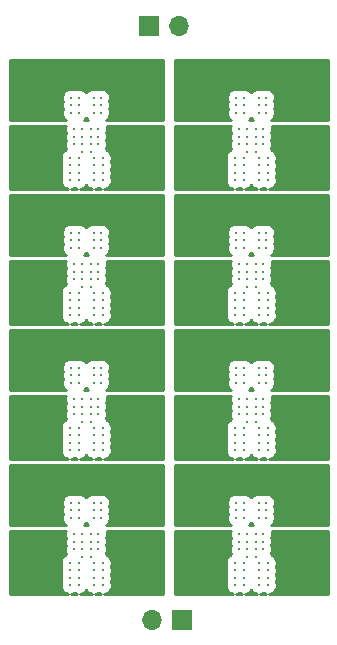
<source format=gbr>
G04 #@! TF.FileFunction,Copper,L2,Bot,Signal*
%FSLAX46Y46*%
G04 Gerber Fmt 4.6, Leading zero omitted, Abs format (unit mm)*
G04 Created by KiCad (PCBNEW 4.0.5) date 04/17/17 16:53:41*
%MOMM*%
%LPD*%
G01*
G04 APERTURE LIST*
%ADD10C,0.100000*%
%ADD11R,1.700000X1.700000*%
%ADD12O,1.700000X1.700000*%
%ADD13C,0.254000*%
%ADD14C,0.254000*%
G04 APERTURE END LIST*
D10*
D11*
X142748000Y-92710000D03*
D12*
X145288000Y-92710000D03*
D11*
X145542000Y-143002000D03*
D12*
X143002000Y-143002000D03*
D13*
X136779000Y-110236000D03*
X136144000Y-110236000D03*
X136144000Y-110871000D03*
X136144000Y-111506000D03*
X138049000Y-110236000D03*
X138684000Y-110236000D03*
X138684000Y-110871000D03*
X138684000Y-111506000D03*
X136779000Y-110871000D03*
X136779000Y-111506000D03*
X138049000Y-110871000D03*
X138049000Y-111506000D03*
X136398000Y-114173000D03*
X136398000Y-113538000D03*
X136398000Y-112903000D03*
X136779000Y-117221000D03*
X136017000Y-117221000D03*
X136017000Y-116586000D03*
X136017000Y-115951000D03*
X136017000Y-115316000D03*
X138049000Y-117221000D03*
X138811000Y-117221000D03*
X138811000Y-116586000D03*
X138811000Y-115951000D03*
X138811000Y-115316000D03*
X138430000Y-114173000D03*
X138430000Y-113538000D03*
X138430000Y-112903000D03*
X136779000Y-116586000D03*
X136779000Y-115951000D03*
X136779000Y-115316000D03*
X138049000Y-116586000D03*
X138049000Y-115951000D03*
X138049000Y-115316000D03*
X137795000Y-114808000D03*
X137033000Y-114808000D03*
X137033000Y-114173000D03*
X137795000Y-114173000D03*
X137795000Y-113538000D03*
X137795000Y-112903000D03*
X137033000Y-112903000D03*
X137033000Y-113538000D03*
X136779000Y-121666000D03*
X136144000Y-121666000D03*
X136144000Y-122301000D03*
X136144000Y-122936000D03*
X138049000Y-121666000D03*
X138684000Y-121666000D03*
X138684000Y-122301000D03*
X138684000Y-122936000D03*
X136779000Y-122301000D03*
X136779000Y-122936000D03*
X138049000Y-122301000D03*
X138049000Y-122936000D03*
X136398000Y-125603000D03*
X136398000Y-124968000D03*
X136398000Y-124333000D03*
X136779000Y-128651000D03*
X136017000Y-128651000D03*
X136017000Y-128016000D03*
X136017000Y-127381000D03*
X136017000Y-126746000D03*
X138049000Y-128651000D03*
X138811000Y-128651000D03*
X138811000Y-128016000D03*
X138811000Y-127381000D03*
X138811000Y-126746000D03*
X138430000Y-125603000D03*
X138430000Y-124968000D03*
X138430000Y-124333000D03*
X136779000Y-128016000D03*
X136779000Y-127381000D03*
X136779000Y-126746000D03*
X138049000Y-128016000D03*
X138049000Y-127381000D03*
X138049000Y-126746000D03*
X137795000Y-126238000D03*
X137033000Y-126238000D03*
X137033000Y-125603000D03*
X137795000Y-125603000D03*
X137795000Y-124968000D03*
X137795000Y-124333000D03*
X137033000Y-124333000D03*
X137033000Y-124968000D03*
X136779000Y-133096000D03*
X136144000Y-133096000D03*
X136144000Y-133731000D03*
X136144000Y-134366000D03*
X138049000Y-133096000D03*
X138684000Y-133096000D03*
X138684000Y-133731000D03*
X138684000Y-134366000D03*
X136779000Y-133731000D03*
X136779000Y-134366000D03*
X138049000Y-133731000D03*
X138049000Y-134366000D03*
X136398000Y-137033000D03*
X136398000Y-136398000D03*
X136398000Y-135763000D03*
X136779000Y-140081000D03*
X136017000Y-140081000D03*
X136017000Y-139446000D03*
X136017000Y-138811000D03*
X136017000Y-138176000D03*
X138049000Y-140081000D03*
X138811000Y-140081000D03*
X138811000Y-139446000D03*
X138811000Y-138811000D03*
X138811000Y-138176000D03*
X138430000Y-137033000D03*
X138430000Y-136398000D03*
X138430000Y-135763000D03*
X136779000Y-139446000D03*
X136779000Y-138811000D03*
X136779000Y-138176000D03*
X138049000Y-139446000D03*
X138049000Y-138811000D03*
X138049000Y-138176000D03*
X137795000Y-137668000D03*
X137033000Y-137668000D03*
X137033000Y-137033000D03*
X137795000Y-137033000D03*
X137795000Y-136398000D03*
X137795000Y-135763000D03*
X137033000Y-135763000D03*
X137033000Y-136398000D03*
X136779000Y-98806000D03*
X136144000Y-98806000D03*
X136144000Y-99441000D03*
X136144000Y-100076000D03*
X138049000Y-98806000D03*
X138684000Y-98806000D03*
X138684000Y-99441000D03*
X138684000Y-100076000D03*
X136779000Y-99441000D03*
X136779000Y-100076000D03*
X138049000Y-99441000D03*
X138049000Y-100076000D03*
X136398000Y-102743000D03*
X136398000Y-102108000D03*
X136398000Y-101473000D03*
X136779000Y-105791000D03*
X136017000Y-105791000D03*
X136017000Y-105156000D03*
X136017000Y-104521000D03*
X136017000Y-103886000D03*
X138049000Y-105791000D03*
X138811000Y-105791000D03*
X138811000Y-105156000D03*
X138811000Y-104521000D03*
X138811000Y-103886000D03*
X138430000Y-102743000D03*
X138430000Y-102108000D03*
X138430000Y-101473000D03*
X136779000Y-105156000D03*
X136779000Y-104521000D03*
X136779000Y-103886000D03*
X138049000Y-105156000D03*
X138049000Y-104521000D03*
X138049000Y-103886000D03*
X137795000Y-103378000D03*
X137033000Y-103378000D03*
X137033000Y-102743000D03*
X137795000Y-102743000D03*
X137795000Y-102108000D03*
X137795000Y-101473000D03*
X137033000Y-101473000D03*
X137033000Y-102108000D03*
X150749000Y-98806000D03*
X150114000Y-98806000D03*
X150114000Y-99441000D03*
X150114000Y-100076000D03*
X152019000Y-98806000D03*
X152654000Y-98806000D03*
X152654000Y-99441000D03*
X152654000Y-100076000D03*
X150749000Y-99441000D03*
X150749000Y-100076000D03*
X152019000Y-99441000D03*
X152019000Y-100076000D03*
X150368000Y-102743000D03*
X150368000Y-102108000D03*
X150368000Y-101473000D03*
X150749000Y-105791000D03*
X149987000Y-105791000D03*
X149987000Y-105156000D03*
X149987000Y-104521000D03*
X149987000Y-103886000D03*
X152019000Y-105791000D03*
X152781000Y-105791000D03*
X152781000Y-105156000D03*
X152781000Y-104521000D03*
X152781000Y-103886000D03*
X152400000Y-102743000D03*
X152400000Y-102108000D03*
X152400000Y-101473000D03*
X150749000Y-105156000D03*
X150749000Y-104521000D03*
X150749000Y-103886000D03*
X152019000Y-105156000D03*
X152019000Y-104521000D03*
X152019000Y-103886000D03*
X151765000Y-103378000D03*
X151003000Y-103378000D03*
X151003000Y-102743000D03*
X151765000Y-102743000D03*
X151765000Y-102108000D03*
X151765000Y-101473000D03*
X151003000Y-101473000D03*
X151003000Y-102108000D03*
X150749000Y-110236000D03*
X150114000Y-110236000D03*
X150114000Y-110871000D03*
X150114000Y-111506000D03*
X152019000Y-110236000D03*
X152654000Y-110236000D03*
X152654000Y-110871000D03*
X152654000Y-111506000D03*
X150749000Y-110871000D03*
X150749000Y-111506000D03*
X152019000Y-110871000D03*
X152019000Y-111506000D03*
X150368000Y-114173000D03*
X150368000Y-113538000D03*
X150368000Y-112903000D03*
X150749000Y-117221000D03*
X149987000Y-117221000D03*
X149987000Y-116586000D03*
X149987000Y-115951000D03*
X149987000Y-115316000D03*
X152019000Y-117221000D03*
X152781000Y-117221000D03*
X152781000Y-116586000D03*
X152781000Y-115951000D03*
X152781000Y-115316000D03*
X152400000Y-114173000D03*
X152400000Y-113538000D03*
X152400000Y-112903000D03*
X150749000Y-116586000D03*
X150749000Y-115951000D03*
X150749000Y-115316000D03*
X152019000Y-116586000D03*
X152019000Y-115951000D03*
X152019000Y-115316000D03*
X151765000Y-114808000D03*
X151003000Y-114808000D03*
X151003000Y-114173000D03*
X151765000Y-114173000D03*
X151765000Y-113538000D03*
X151765000Y-112903000D03*
X151003000Y-112903000D03*
X151003000Y-113538000D03*
X150749000Y-121666000D03*
X150114000Y-121666000D03*
X150114000Y-122301000D03*
X150114000Y-122936000D03*
X152019000Y-121666000D03*
X152654000Y-121666000D03*
X152654000Y-122301000D03*
X152654000Y-122936000D03*
X150749000Y-122301000D03*
X150749000Y-122936000D03*
X152019000Y-122301000D03*
X152019000Y-122936000D03*
X150368000Y-125603000D03*
X150368000Y-124968000D03*
X150368000Y-124333000D03*
X150749000Y-128651000D03*
X149987000Y-128651000D03*
X149987000Y-128016000D03*
X149987000Y-127381000D03*
X149987000Y-126746000D03*
X152019000Y-128651000D03*
X152781000Y-128651000D03*
X152781000Y-128016000D03*
X152781000Y-127381000D03*
X152781000Y-126746000D03*
X152400000Y-125603000D03*
X152400000Y-124968000D03*
X152400000Y-124333000D03*
X150749000Y-128016000D03*
X150749000Y-127381000D03*
X150749000Y-126746000D03*
X152019000Y-128016000D03*
X152019000Y-127381000D03*
X152019000Y-126746000D03*
X151765000Y-126238000D03*
X151003000Y-126238000D03*
X151003000Y-125603000D03*
X151765000Y-125603000D03*
X151765000Y-124968000D03*
X151765000Y-124333000D03*
X151003000Y-124333000D03*
X151003000Y-124968000D03*
X150749000Y-133096000D03*
X150114000Y-133096000D03*
X150114000Y-133731000D03*
X150114000Y-134366000D03*
X152019000Y-133096000D03*
X152654000Y-133096000D03*
X152654000Y-133731000D03*
X152654000Y-134366000D03*
X150749000Y-133731000D03*
X150749000Y-134366000D03*
X152019000Y-133731000D03*
X152019000Y-134366000D03*
X150368000Y-137033000D03*
X150368000Y-136398000D03*
X150368000Y-135763000D03*
X150749000Y-140081000D03*
X149987000Y-140081000D03*
X149987000Y-139446000D03*
X149987000Y-138811000D03*
X149987000Y-138176000D03*
X152019000Y-140081000D03*
X152781000Y-140081000D03*
X152781000Y-139446000D03*
X152781000Y-138811000D03*
X152781000Y-138176000D03*
X152400000Y-137033000D03*
X152400000Y-136398000D03*
X152400000Y-135763000D03*
X150749000Y-139446000D03*
X150749000Y-138811000D03*
X150749000Y-138176000D03*
X152019000Y-139446000D03*
X152019000Y-138811000D03*
X152019000Y-138176000D03*
X151765000Y-137668000D03*
X151003000Y-137668000D03*
X151003000Y-137033000D03*
X151765000Y-137033000D03*
X151765000Y-136398000D03*
X151765000Y-135763000D03*
X151003000Y-135763000D03*
X151003000Y-136398000D03*
D14*
G36*
X135636133Y-124180764D02*
X135636118Y-124197894D01*
X135630243Y-124213982D01*
X135635986Y-124348860D01*
X135635868Y-124483906D01*
X135642410Y-124499740D01*
X135643139Y-124516850D01*
X135700745Y-124655926D01*
X135687913Y-124691063D01*
X135636133Y-124815764D01*
X135636118Y-124832894D01*
X135630243Y-124848982D01*
X135635986Y-124983860D01*
X135635868Y-125118906D01*
X135642410Y-125134740D01*
X135643139Y-125151850D01*
X135700745Y-125290926D01*
X135687913Y-125326063D01*
X135636133Y-125450764D01*
X135636118Y-125467894D01*
X135630243Y-125483982D01*
X135635986Y-125618860D01*
X135635868Y-125753906D01*
X135642410Y-125769740D01*
X135643139Y-125786850D01*
X135734230Y-126006766D01*
X135740164Y-126006319D01*
X135748397Y-126026244D01*
X135613234Y-126082230D01*
X135613681Y-126088164D01*
X135585926Y-126099632D01*
X135371385Y-126313798D01*
X135359385Y-126342698D01*
X135353230Y-126342234D01*
X135306913Y-126469063D01*
X135255133Y-126593764D01*
X135255118Y-126610894D01*
X135249243Y-126626982D01*
X135254986Y-126761860D01*
X135254868Y-126896906D01*
X135261410Y-126912740D01*
X135262139Y-126929850D01*
X135319745Y-127068926D01*
X135306913Y-127104063D01*
X135255133Y-127228764D01*
X135255118Y-127245894D01*
X135249243Y-127261982D01*
X135254986Y-127396860D01*
X135254868Y-127531906D01*
X135261410Y-127547740D01*
X135262139Y-127564850D01*
X135319745Y-127703926D01*
X135306913Y-127739063D01*
X135255133Y-127863764D01*
X135255118Y-127880894D01*
X135249243Y-127896982D01*
X135254986Y-128031860D01*
X135254868Y-128166906D01*
X135261410Y-128182740D01*
X135262139Y-128199850D01*
X135319745Y-128338926D01*
X135306913Y-128374063D01*
X135255133Y-128498764D01*
X135255118Y-128515894D01*
X135249243Y-128531982D01*
X135254986Y-128666860D01*
X135254868Y-128801906D01*
X135261410Y-128817740D01*
X135262139Y-128834850D01*
X135353230Y-129054766D01*
X135359164Y-129054319D01*
X135370632Y-129082074D01*
X135584798Y-129296615D01*
X135613698Y-129308615D01*
X135613234Y-129314770D01*
X135740063Y-129361087D01*
X135864764Y-129412867D01*
X135881894Y-129412882D01*
X135882217Y-129413000D01*
X130937000Y-129413000D01*
X130937000Y-124079000D01*
X135678389Y-124079000D01*
X135636133Y-124180764D01*
X135636133Y-124180764D01*
G37*
X135636133Y-124180764D02*
X135636118Y-124197894D01*
X135630243Y-124213982D01*
X135635986Y-124348860D01*
X135635868Y-124483906D01*
X135642410Y-124499740D01*
X135643139Y-124516850D01*
X135700745Y-124655926D01*
X135687913Y-124691063D01*
X135636133Y-124815764D01*
X135636118Y-124832894D01*
X135630243Y-124848982D01*
X135635986Y-124983860D01*
X135635868Y-125118906D01*
X135642410Y-125134740D01*
X135643139Y-125151850D01*
X135700745Y-125290926D01*
X135687913Y-125326063D01*
X135636133Y-125450764D01*
X135636118Y-125467894D01*
X135630243Y-125483982D01*
X135635986Y-125618860D01*
X135635868Y-125753906D01*
X135642410Y-125769740D01*
X135643139Y-125786850D01*
X135734230Y-126006766D01*
X135740164Y-126006319D01*
X135748397Y-126026244D01*
X135613234Y-126082230D01*
X135613681Y-126088164D01*
X135585926Y-126099632D01*
X135371385Y-126313798D01*
X135359385Y-126342698D01*
X135353230Y-126342234D01*
X135306913Y-126469063D01*
X135255133Y-126593764D01*
X135255118Y-126610894D01*
X135249243Y-126626982D01*
X135254986Y-126761860D01*
X135254868Y-126896906D01*
X135261410Y-126912740D01*
X135262139Y-126929850D01*
X135319745Y-127068926D01*
X135306913Y-127104063D01*
X135255133Y-127228764D01*
X135255118Y-127245894D01*
X135249243Y-127261982D01*
X135254986Y-127396860D01*
X135254868Y-127531906D01*
X135261410Y-127547740D01*
X135262139Y-127564850D01*
X135319745Y-127703926D01*
X135306913Y-127739063D01*
X135255133Y-127863764D01*
X135255118Y-127880894D01*
X135249243Y-127896982D01*
X135254986Y-128031860D01*
X135254868Y-128166906D01*
X135261410Y-128182740D01*
X135262139Y-128199850D01*
X135319745Y-128338926D01*
X135306913Y-128374063D01*
X135255133Y-128498764D01*
X135255118Y-128515894D01*
X135249243Y-128531982D01*
X135254986Y-128666860D01*
X135254868Y-128801906D01*
X135261410Y-128817740D01*
X135262139Y-128834850D01*
X135353230Y-129054766D01*
X135359164Y-129054319D01*
X135370632Y-129082074D01*
X135584798Y-129296615D01*
X135613698Y-129308615D01*
X135613234Y-129314770D01*
X135740063Y-129361087D01*
X135864764Y-129412867D01*
X135881894Y-129412882D01*
X135882217Y-129413000D01*
X130937000Y-129413000D01*
X130937000Y-124079000D01*
X135678389Y-124079000D01*
X135636133Y-124180764D01*
G36*
X136502063Y-129361087D02*
X136626764Y-129412867D01*
X136643894Y-129412882D01*
X136644217Y-129413000D01*
X136168225Y-129413000D01*
X136183740Y-129406590D01*
X136200850Y-129405861D01*
X136399432Y-129323607D01*
X136502063Y-129361087D01*
X136502063Y-129361087D01*
G37*
X136502063Y-129361087D02*
X136626764Y-129412867D01*
X136643894Y-129412882D01*
X136644217Y-129413000D01*
X136168225Y-129413000D01*
X136183740Y-129406590D01*
X136200850Y-129405861D01*
X136399432Y-129323607D01*
X136502063Y-129361087D01*
G36*
X137616798Y-129296615D02*
X137645698Y-129308615D01*
X137645234Y-129314770D01*
X137772063Y-129361087D01*
X137896764Y-129412867D01*
X137913894Y-129412882D01*
X137914217Y-129413000D01*
X136930225Y-129413000D01*
X136945740Y-129406590D01*
X136962850Y-129405861D01*
X137182766Y-129314770D01*
X137182319Y-129308836D01*
X137210074Y-129297368D01*
X137414168Y-129093630D01*
X137616798Y-129296615D01*
X137616798Y-129296615D01*
G37*
X137616798Y-129296615D02*
X137645698Y-129308615D01*
X137645234Y-129314770D01*
X137772063Y-129361087D01*
X137896764Y-129412867D01*
X137913894Y-129412882D01*
X137914217Y-129413000D01*
X136930225Y-129413000D01*
X136945740Y-129406590D01*
X136962850Y-129405861D01*
X137182766Y-129314770D01*
X137182319Y-129308836D01*
X137210074Y-129297368D01*
X137414168Y-129093630D01*
X137616798Y-129296615D01*
G36*
X138534063Y-129361087D02*
X138658764Y-129412867D01*
X138675894Y-129412882D01*
X138676217Y-129413000D01*
X138200225Y-129413000D01*
X138215740Y-129406590D01*
X138232850Y-129405861D01*
X138431432Y-129323607D01*
X138534063Y-129361087D01*
X138534063Y-129361087D01*
G37*
X138534063Y-129361087D02*
X138658764Y-129412867D01*
X138675894Y-129412882D01*
X138676217Y-129413000D01*
X138200225Y-129413000D01*
X138215740Y-129406590D01*
X138232850Y-129405861D01*
X138431432Y-129323607D01*
X138534063Y-129361087D01*
G36*
X143891000Y-129413000D02*
X138962225Y-129413000D01*
X138977740Y-129406590D01*
X138994850Y-129405861D01*
X139214766Y-129314770D01*
X139214319Y-129308836D01*
X139242074Y-129297368D01*
X139456615Y-129083202D01*
X139468615Y-129054302D01*
X139474770Y-129054766D01*
X139521087Y-128927937D01*
X139572867Y-128803236D01*
X139572882Y-128786106D01*
X139578757Y-128770018D01*
X139573014Y-128635140D01*
X139573132Y-128500094D01*
X139566590Y-128484260D01*
X139565861Y-128467150D01*
X139508255Y-128328074D01*
X139521087Y-128292937D01*
X139572867Y-128168236D01*
X139572882Y-128151106D01*
X139578757Y-128135018D01*
X139573014Y-128000140D01*
X139573132Y-127865094D01*
X139566590Y-127849260D01*
X139565861Y-127832150D01*
X139508255Y-127693074D01*
X139521087Y-127657937D01*
X139572867Y-127533236D01*
X139572882Y-127516106D01*
X139578757Y-127500018D01*
X139573014Y-127365140D01*
X139573132Y-127230094D01*
X139566590Y-127214260D01*
X139565861Y-127197150D01*
X139508255Y-127058074D01*
X139521087Y-127022937D01*
X139572867Y-126898236D01*
X139572882Y-126881106D01*
X139578757Y-126865018D01*
X139573014Y-126730140D01*
X139573132Y-126595094D01*
X139566590Y-126579260D01*
X139565861Y-126562150D01*
X139474770Y-126342234D01*
X139468836Y-126342681D01*
X139457368Y-126314926D01*
X139243202Y-126100385D01*
X139214302Y-126088385D01*
X139214766Y-126082230D01*
X139087937Y-126035913D01*
X139077175Y-126031445D01*
X139087615Y-126006302D01*
X139093770Y-126006766D01*
X139140087Y-125879937D01*
X139191867Y-125755236D01*
X139191882Y-125738106D01*
X139197757Y-125722018D01*
X139192014Y-125587140D01*
X139192132Y-125452094D01*
X139185590Y-125436260D01*
X139184861Y-125419150D01*
X139127255Y-125280074D01*
X139140087Y-125244937D01*
X139191867Y-125120236D01*
X139191882Y-125103106D01*
X139197757Y-125087018D01*
X139192014Y-124952140D01*
X139192132Y-124817094D01*
X139185590Y-124801260D01*
X139184861Y-124784150D01*
X139127255Y-124645074D01*
X139140087Y-124609937D01*
X139191867Y-124485236D01*
X139191882Y-124468106D01*
X139197757Y-124452018D01*
X139192014Y-124317140D01*
X139192132Y-124182094D01*
X139185590Y-124166260D01*
X139184861Y-124149150D01*
X139155804Y-124079000D01*
X143891000Y-124079000D01*
X143891000Y-129413000D01*
X143891000Y-129413000D01*
G37*
X143891000Y-129413000D02*
X138962225Y-129413000D01*
X138977740Y-129406590D01*
X138994850Y-129405861D01*
X139214766Y-129314770D01*
X139214319Y-129308836D01*
X139242074Y-129297368D01*
X139456615Y-129083202D01*
X139468615Y-129054302D01*
X139474770Y-129054766D01*
X139521087Y-128927937D01*
X139572867Y-128803236D01*
X139572882Y-128786106D01*
X139578757Y-128770018D01*
X139573014Y-128635140D01*
X139573132Y-128500094D01*
X139566590Y-128484260D01*
X139565861Y-128467150D01*
X139508255Y-128328074D01*
X139521087Y-128292937D01*
X139572867Y-128168236D01*
X139572882Y-128151106D01*
X139578757Y-128135018D01*
X139573014Y-128000140D01*
X139573132Y-127865094D01*
X139566590Y-127849260D01*
X139565861Y-127832150D01*
X139508255Y-127693074D01*
X139521087Y-127657937D01*
X139572867Y-127533236D01*
X139572882Y-127516106D01*
X139578757Y-127500018D01*
X139573014Y-127365140D01*
X139573132Y-127230094D01*
X139566590Y-127214260D01*
X139565861Y-127197150D01*
X139508255Y-127058074D01*
X139521087Y-127022937D01*
X139572867Y-126898236D01*
X139572882Y-126881106D01*
X139578757Y-126865018D01*
X139573014Y-126730140D01*
X139573132Y-126595094D01*
X139566590Y-126579260D01*
X139565861Y-126562150D01*
X139474770Y-126342234D01*
X139468836Y-126342681D01*
X139457368Y-126314926D01*
X139243202Y-126100385D01*
X139214302Y-126088385D01*
X139214766Y-126082230D01*
X139087937Y-126035913D01*
X139077175Y-126031445D01*
X139087615Y-126006302D01*
X139093770Y-126006766D01*
X139140087Y-125879937D01*
X139191867Y-125755236D01*
X139191882Y-125738106D01*
X139197757Y-125722018D01*
X139192014Y-125587140D01*
X139192132Y-125452094D01*
X139185590Y-125436260D01*
X139184861Y-125419150D01*
X139127255Y-125280074D01*
X139140087Y-125244937D01*
X139191867Y-125120236D01*
X139191882Y-125103106D01*
X139197757Y-125087018D01*
X139192014Y-124952140D01*
X139192132Y-124817094D01*
X139185590Y-124801260D01*
X139184861Y-124784150D01*
X139127255Y-124645074D01*
X139140087Y-124609937D01*
X139191867Y-124485236D01*
X139191882Y-124468106D01*
X139197757Y-124452018D01*
X139192014Y-124317140D01*
X139192132Y-124182094D01*
X139185590Y-124166260D01*
X139184861Y-124149150D01*
X139155804Y-124079000D01*
X143891000Y-124079000D01*
X143891000Y-129413000D01*
G36*
X149606133Y-124180764D02*
X149606118Y-124197894D01*
X149600243Y-124213982D01*
X149605986Y-124348860D01*
X149605868Y-124483906D01*
X149612410Y-124499740D01*
X149613139Y-124516850D01*
X149670745Y-124655926D01*
X149657913Y-124691063D01*
X149606133Y-124815764D01*
X149606118Y-124832894D01*
X149600243Y-124848982D01*
X149605986Y-124983860D01*
X149605868Y-125118906D01*
X149612410Y-125134740D01*
X149613139Y-125151850D01*
X149670745Y-125290926D01*
X149657913Y-125326063D01*
X149606133Y-125450764D01*
X149606118Y-125467894D01*
X149600243Y-125483982D01*
X149605986Y-125618860D01*
X149605868Y-125753906D01*
X149612410Y-125769740D01*
X149613139Y-125786850D01*
X149704230Y-126006766D01*
X149710164Y-126006319D01*
X149718397Y-126026244D01*
X149583234Y-126082230D01*
X149583681Y-126088164D01*
X149555926Y-126099632D01*
X149341385Y-126313798D01*
X149329385Y-126342698D01*
X149323230Y-126342234D01*
X149276913Y-126469063D01*
X149225133Y-126593764D01*
X149225118Y-126610894D01*
X149219243Y-126626982D01*
X149224986Y-126761860D01*
X149224868Y-126896906D01*
X149231410Y-126912740D01*
X149232139Y-126929850D01*
X149289745Y-127068926D01*
X149276913Y-127104063D01*
X149225133Y-127228764D01*
X149225118Y-127245894D01*
X149219243Y-127261982D01*
X149224986Y-127396860D01*
X149224868Y-127531906D01*
X149231410Y-127547740D01*
X149232139Y-127564850D01*
X149289745Y-127703926D01*
X149276913Y-127739063D01*
X149225133Y-127863764D01*
X149225118Y-127880894D01*
X149219243Y-127896982D01*
X149224986Y-128031860D01*
X149224868Y-128166906D01*
X149231410Y-128182740D01*
X149232139Y-128199850D01*
X149289745Y-128338926D01*
X149276913Y-128374063D01*
X149225133Y-128498764D01*
X149225118Y-128515894D01*
X149219243Y-128531982D01*
X149224986Y-128666860D01*
X149224868Y-128801906D01*
X149231410Y-128817740D01*
X149232139Y-128834850D01*
X149323230Y-129054766D01*
X149329164Y-129054319D01*
X149340632Y-129082074D01*
X149554798Y-129296615D01*
X149583698Y-129308615D01*
X149583234Y-129314770D01*
X149710063Y-129361087D01*
X149834764Y-129412867D01*
X149851894Y-129412882D01*
X149852217Y-129413000D01*
X144907000Y-129413000D01*
X144907000Y-124079000D01*
X149648389Y-124079000D01*
X149606133Y-124180764D01*
X149606133Y-124180764D01*
G37*
X149606133Y-124180764D02*
X149606118Y-124197894D01*
X149600243Y-124213982D01*
X149605986Y-124348860D01*
X149605868Y-124483906D01*
X149612410Y-124499740D01*
X149613139Y-124516850D01*
X149670745Y-124655926D01*
X149657913Y-124691063D01*
X149606133Y-124815764D01*
X149606118Y-124832894D01*
X149600243Y-124848982D01*
X149605986Y-124983860D01*
X149605868Y-125118906D01*
X149612410Y-125134740D01*
X149613139Y-125151850D01*
X149670745Y-125290926D01*
X149657913Y-125326063D01*
X149606133Y-125450764D01*
X149606118Y-125467894D01*
X149600243Y-125483982D01*
X149605986Y-125618860D01*
X149605868Y-125753906D01*
X149612410Y-125769740D01*
X149613139Y-125786850D01*
X149704230Y-126006766D01*
X149710164Y-126006319D01*
X149718397Y-126026244D01*
X149583234Y-126082230D01*
X149583681Y-126088164D01*
X149555926Y-126099632D01*
X149341385Y-126313798D01*
X149329385Y-126342698D01*
X149323230Y-126342234D01*
X149276913Y-126469063D01*
X149225133Y-126593764D01*
X149225118Y-126610894D01*
X149219243Y-126626982D01*
X149224986Y-126761860D01*
X149224868Y-126896906D01*
X149231410Y-126912740D01*
X149232139Y-126929850D01*
X149289745Y-127068926D01*
X149276913Y-127104063D01*
X149225133Y-127228764D01*
X149225118Y-127245894D01*
X149219243Y-127261982D01*
X149224986Y-127396860D01*
X149224868Y-127531906D01*
X149231410Y-127547740D01*
X149232139Y-127564850D01*
X149289745Y-127703926D01*
X149276913Y-127739063D01*
X149225133Y-127863764D01*
X149225118Y-127880894D01*
X149219243Y-127896982D01*
X149224986Y-128031860D01*
X149224868Y-128166906D01*
X149231410Y-128182740D01*
X149232139Y-128199850D01*
X149289745Y-128338926D01*
X149276913Y-128374063D01*
X149225133Y-128498764D01*
X149225118Y-128515894D01*
X149219243Y-128531982D01*
X149224986Y-128666860D01*
X149224868Y-128801906D01*
X149231410Y-128817740D01*
X149232139Y-128834850D01*
X149323230Y-129054766D01*
X149329164Y-129054319D01*
X149340632Y-129082074D01*
X149554798Y-129296615D01*
X149583698Y-129308615D01*
X149583234Y-129314770D01*
X149710063Y-129361087D01*
X149834764Y-129412867D01*
X149851894Y-129412882D01*
X149852217Y-129413000D01*
X144907000Y-129413000D01*
X144907000Y-124079000D01*
X149648389Y-124079000D01*
X149606133Y-124180764D01*
G36*
X150472063Y-129361087D02*
X150596764Y-129412867D01*
X150613894Y-129412882D01*
X150614217Y-129413000D01*
X150138225Y-129413000D01*
X150153740Y-129406590D01*
X150170850Y-129405861D01*
X150369432Y-129323607D01*
X150472063Y-129361087D01*
X150472063Y-129361087D01*
G37*
X150472063Y-129361087D02*
X150596764Y-129412867D01*
X150613894Y-129412882D01*
X150614217Y-129413000D01*
X150138225Y-129413000D01*
X150153740Y-129406590D01*
X150170850Y-129405861D01*
X150369432Y-129323607D01*
X150472063Y-129361087D01*
G36*
X151586798Y-129296615D02*
X151615698Y-129308615D01*
X151615234Y-129314770D01*
X151742063Y-129361087D01*
X151866764Y-129412867D01*
X151883894Y-129412882D01*
X151884217Y-129413000D01*
X150900225Y-129413000D01*
X150915740Y-129406590D01*
X150932850Y-129405861D01*
X151152766Y-129314770D01*
X151152319Y-129308836D01*
X151180074Y-129297368D01*
X151384168Y-129093630D01*
X151586798Y-129296615D01*
X151586798Y-129296615D01*
G37*
X151586798Y-129296615D02*
X151615698Y-129308615D01*
X151615234Y-129314770D01*
X151742063Y-129361087D01*
X151866764Y-129412867D01*
X151883894Y-129412882D01*
X151884217Y-129413000D01*
X150900225Y-129413000D01*
X150915740Y-129406590D01*
X150932850Y-129405861D01*
X151152766Y-129314770D01*
X151152319Y-129308836D01*
X151180074Y-129297368D01*
X151384168Y-129093630D01*
X151586798Y-129296615D01*
G36*
X152504063Y-129361087D02*
X152628764Y-129412867D01*
X152645894Y-129412882D01*
X152646217Y-129413000D01*
X152170225Y-129413000D01*
X152185740Y-129406590D01*
X152202850Y-129405861D01*
X152401432Y-129323607D01*
X152504063Y-129361087D01*
X152504063Y-129361087D01*
G37*
X152504063Y-129361087D02*
X152628764Y-129412867D01*
X152645894Y-129412882D01*
X152646217Y-129413000D01*
X152170225Y-129413000D01*
X152185740Y-129406590D01*
X152202850Y-129405861D01*
X152401432Y-129323607D01*
X152504063Y-129361087D01*
G36*
X157861000Y-129413000D02*
X152932225Y-129413000D01*
X152947740Y-129406590D01*
X152964850Y-129405861D01*
X153184766Y-129314770D01*
X153184319Y-129308836D01*
X153212074Y-129297368D01*
X153426615Y-129083202D01*
X153438615Y-129054302D01*
X153444770Y-129054766D01*
X153491087Y-128927937D01*
X153542867Y-128803236D01*
X153542882Y-128786106D01*
X153548757Y-128770018D01*
X153543014Y-128635140D01*
X153543132Y-128500094D01*
X153536590Y-128484260D01*
X153535861Y-128467150D01*
X153478255Y-128328074D01*
X153491087Y-128292937D01*
X153542867Y-128168236D01*
X153542882Y-128151106D01*
X153548757Y-128135018D01*
X153543014Y-128000140D01*
X153543132Y-127865094D01*
X153536590Y-127849260D01*
X153535861Y-127832150D01*
X153478255Y-127693074D01*
X153491087Y-127657937D01*
X153542867Y-127533236D01*
X153542882Y-127516106D01*
X153548757Y-127500018D01*
X153543014Y-127365140D01*
X153543132Y-127230094D01*
X153536590Y-127214260D01*
X153535861Y-127197150D01*
X153478255Y-127058074D01*
X153491087Y-127022937D01*
X153542867Y-126898236D01*
X153542882Y-126881106D01*
X153548757Y-126865018D01*
X153543014Y-126730140D01*
X153543132Y-126595094D01*
X153536590Y-126579260D01*
X153535861Y-126562150D01*
X153444770Y-126342234D01*
X153438836Y-126342681D01*
X153427368Y-126314926D01*
X153213202Y-126100385D01*
X153184302Y-126088385D01*
X153184766Y-126082230D01*
X153057937Y-126035913D01*
X153047175Y-126031445D01*
X153057615Y-126006302D01*
X153063770Y-126006766D01*
X153110087Y-125879937D01*
X153161867Y-125755236D01*
X153161882Y-125738106D01*
X153167757Y-125722018D01*
X153162014Y-125587140D01*
X153162132Y-125452094D01*
X153155590Y-125436260D01*
X153154861Y-125419150D01*
X153097255Y-125280074D01*
X153110087Y-125244937D01*
X153161867Y-125120236D01*
X153161882Y-125103106D01*
X153167757Y-125087018D01*
X153162014Y-124952140D01*
X153162132Y-124817094D01*
X153155590Y-124801260D01*
X153154861Y-124784150D01*
X153097255Y-124645074D01*
X153110087Y-124609937D01*
X153161867Y-124485236D01*
X153161882Y-124468106D01*
X153167757Y-124452018D01*
X153162014Y-124317140D01*
X153162132Y-124182094D01*
X153155590Y-124166260D01*
X153154861Y-124149150D01*
X153125804Y-124079000D01*
X157861000Y-124079000D01*
X157861000Y-129413000D01*
X157861000Y-129413000D01*
G37*
X157861000Y-129413000D02*
X152932225Y-129413000D01*
X152947740Y-129406590D01*
X152964850Y-129405861D01*
X153184766Y-129314770D01*
X153184319Y-129308836D01*
X153212074Y-129297368D01*
X153426615Y-129083202D01*
X153438615Y-129054302D01*
X153444770Y-129054766D01*
X153491087Y-128927937D01*
X153542867Y-128803236D01*
X153542882Y-128786106D01*
X153548757Y-128770018D01*
X153543014Y-128635140D01*
X153543132Y-128500094D01*
X153536590Y-128484260D01*
X153535861Y-128467150D01*
X153478255Y-128328074D01*
X153491087Y-128292937D01*
X153542867Y-128168236D01*
X153542882Y-128151106D01*
X153548757Y-128135018D01*
X153543014Y-128000140D01*
X153543132Y-127865094D01*
X153536590Y-127849260D01*
X153535861Y-127832150D01*
X153478255Y-127693074D01*
X153491087Y-127657937D01*
X153542867Y-127533236D01*
X153542882Y-127516106D01*
X153548757Y-127500018D01*
X153543014Y-127365140D01*
X153543132Y-127230094D01*
X153536590Y-127214260D01*
X153535861Y-127197150D01*
X153478255Y-127058074D01*
X153491087Y-127022937D01*
X153542867Y-126898236D01*
X153542882Y-126881106D01*
X153548757Y-126865018D01*
X153543014Y-126730140D01*
X153543132Y-126595094D01*
X153536590Y-126579260D01*
X153535861Y-126562150D01*
X153444770Y-126342234D01*
X153438836Y-126342681D01*
X153427368Y-126314926D01*
X153213202Y-126100385D01*
X153184302Y-126088385D01*
X153184766Y-126082230D01*
X153057937Y-126035913D01*
X153047175Y-126031445D01*
X153057615Y-126006302D01*
X153063770Y-126006766D01*
X153110087Y-125879937D01*
X153161867Y-125755236D01*
X153161882Y-125738106D01*
X153167757Y-125722018D01*
X153162014Y-125587140D01*
X153162132Y-125452094D01*
X153155590Y-125436260D01*
X153154861Y-125419150D01*
X153097255Y-125280074D01*
X153110087Y-125244937D01*
X153161867Y-125120236D01*
X153161882Y-125103106D01*
X153167757Y-125087018D01*
X153162014Y-124952140D01*
X153162132Y-124817094D01*
X153155590Y-124801260D01*
X153154861Y-124784150D01*
X153097255Y-124645074D01*
X153110087Y-124609937D01*
X153161867Y-124485236D01*
X153161882Y-124468106D01*
X153167757Y-124452018D01*
X153162014Y-124317140D01*
X153162132Y-124182094D01*
X153155590Y-124166260D01*
X153154861Y-124149150D01*
X153125804Y-124079000D01*
X157861000Y-124079000D01*
X157861000Y-129413000D01*
G36*
X149606133Y-135610764D02*
X149606118Y-135627894D01*
X149600243Y-135643982D01*
X149605986Y-135778860D01*
X149605868Y-135913906D01*
X149612410Y-135929740D01*
X149613139Y-135946850D01*
X149670745Y-136085926D01*
X149657913Y-136121063D01*
X149606133Y-136245764D01*
X149606118Y-136262894D01*
X149600243Y-136278982D01*
X149605986Y-136413860D01*
X149605868Y-136548906D01*
X149612410Y-136564740D01*
X149613139Y-136581850D01*
X149670745Y-136720926D01*
X149657913Y-136756063D01*
X149606133Y-136880764D01*
X149606118Y-136897894D01*
X149600243Y-136913982D01*
X149605986Y-137048860D01*
X149605868Y-137183906D01*
X149612410Y-137199740D01*
X149613139Y-137216850D01*
X149704230Y-137436766D01*
X149710164Y-137436319D01*
X149718397Y-137456244D01*
X149583234Y-137512230D01*
X149583681Y-137518164D01*
X149555926Y-137529632D01*
X149341385Y-137743798D01*
X149329385Y-137772698D01*
X149323230Y-137772234D01*
X149276913Y-137899063D01*
X149225133Y-138023764D01*
X149225118Y-138040894D01*
X149219243Y-138056982D01*
X149224986Y-138191860D01*
X149224868Y-138326906D01*
X149231410Y-138342740D01*
X149232139Y-138359850D01*
X149289745Y-138498926D01*
X149276913Y-138534063D01*
X149225133Y-138658764D01*
X149225118Y-138675894D01*
X149219243Y-138691982D01*
X149224986Y-138826860D01*
X149224868Y-138961906D01*
X149231410Y-138977740D01*
X149232139Y-138994850D01*
X149289745Y-139133926D01*
X149276913Y-139169063D01*
X149225133Y-139293764D01*
X149225118Y-139310894D01*
X149219243Y-139326982D01*
X149224986Y-139461860D01*
X149224868Y-139596906D01*
X149231410Y-139612740D01*
X149232139Y-139629850D01*
X149289745Y-139768926D01*
X149276913Y-139804063D01*
X149225133Y-139928764D01*
X149225118Y-139945894D01*
X149219243Y-139961982D01*
X149224986Y-140096860D01*
X149224868Y-140231906D01*
X149231410Y-140247740D01*
X149232139Y-140264850D01*
X149323230Y-140484766D01*
X149329164Y-140484319D01*
X149340632Y-140512074D01*
X149554798Y-140726615D01*
X149583698Y-140738615D01*
X149583234Y-140744770D01*
X149710063Y-140791087D01*
X149834764Y-140842867D01*
X149851894Y-140842882D01*
X149852217Y-140843000D01*
X144907000Y-140843000D01*
X144907000Y-135509000D01*
X149648389Y-135509000D01*
X149606133Y-135610764D01*
X149606133Y-135610764D01*
G37*
X149606133Y-135610764D02*
X149606118Y-135627894D01*
X149600243Y-135643982D01*
X149605986Y-135778860D01*
X149605868Y-135913906D01*
X149612410Y-135929740D01*
X149613139Y-135946850D01*
X149670745Y-136085926D01*
X149657913Y-136121063D01*
X149606133Y-136245764D01*
X149606118Y-136262894D01*
X149600243Y-136278982D01*
X149605986Y-136413860D01*
X149605868Y-136548906D01*
X149612410Y-136564740D01*
X149613139Y-136581850D01*
X149670745Y-136720926D01*
X149657913Y-136756063D01*
X149606133Y-136880764D01*
X149606118Y-136897894D01*
X149600243Y-136913982D01*
X149605986Y-137048860D01*
X149605868Y-137183906D01*
X149612410Y-137199740D01*
X149613139Y-137216850D01*
X149704230Y-137436766D01*
X149710164Y-137436319D01*
X149718397Y-137456244D01*
X149583234Y-137512230D01*
X149583681Y-137518164D01*
X149555926Y-137529632D01*
X149341385Y-137743798D01*
X149329385Y-137772698D01*
X149323230Y-137772234D01*
X149276913Y-137899063D01*
X149225133Y-138023764D01*
X149225118Y-138040894D01*
X149219243Y-138056982D01*
X149224986Y-138191860D01*
X149224868Y-138326906D01*
X149231410Y-138342740D01*
X149232139Y-138359850D01*
X149289745Y-138498926D01*
X149276913Y-138534063D01*
X149225133Y-138658764D01*
X149225118Y-138675894D01*
X149219243Y-138691982D01*
X149224986Y-138826860D01*
X149224868Y-138961906D01*
X149231410Y-138977740D01*
X149232139Y-138994850D01*
X149289745Y-139133926D01*
X149276913Y-139169063D01*
X149225133Y-139293764D01*
X149225118Y-139310894D01*
X149219243Y-139326982D01*
X149224986Y-139461860D01*
X149224868Y-139596906D01*
X149231410Y-139612740D01*
X149232139Y-139629850D01*
X149289745Y-139768926D01*
X149276913Y-139804063D01*
X149225133Y-139928764D01*
X149225118Y-139945894D01*
X149219243Y-139961982D01*
X149224986Y-140096860D01*
X149224868Y-140231906D01*
X149231410Y-140247740D01*
X149232139Y-140264850D01*
X149323230Y-140484766D01*
X149329164Y-140484319D01*
X149340632Y-140512074D01*
X149554798Y-140726615D01*
X149583698Y-140738615D01*
X149583234Y-140744770D01*
X149710063Y-140791087D01*
X149834764Y-140842867D01*
X149851894Y-140842882D01*
X149852217Y-140843000D01*
X144907000Y-140843000D01*
X144907000Y-135509000D01*
X149648389Y-135509000D01*
X149606133Y-135610764D01*
G36*
X150472063Y-140791087D02*
X150596764Y-140842867D01*
X150613894Y-140842882D01*
X150614217Y-140843000D01*
X150138225Y-140843000D01*
X150153740Y-140836590D01*
X150170850Y-140835861D01*
X150369432Y-140753607D01*
X150472063Y-140791087D01*
X150472063Y-140791087D01*
G37*
X150472063Y-140791087D02*
X150596764Y-140842867D01*
X150613894Y-140842882D01*
X150614217Y-140843000D01*
X150138225Y-140843000D01*
X150153740Y-140836590D01*
X150170850Y-140835861D01*
X150369432Y-140753607D01*
X150472063Y-140791087D01*
G36*
X151586798Y-140726615D02*
X151615698Y-140738615D01*
X151615234Y-140744770D01*
X151742063Y-140791087D01*
X151866764Y-140842867D01*
X151883894Y-140842882D01*
X151884217Y-140843000D01*
X150900225Y-140843000D01*
X150915740Y-140836590D01*
X150932850Y-140835861D01*
X151152766Y-140744770D01*
X151152319Y-140738836D01*
X151180074Y-140727368D01*
X151384168Y-140523630D01*
X151586798Y-140726615D01*
X151586798Y-140726615D01*
G37*
X151586798Y-140726615D02*
X151615698Y-140738615D01*
X151615234Y-140744770D01*
X151742063Y-140791087D01*
X151866764Y-140842867D01*
X151883894Y-140842882D01*
X151884217Y-140843000D01*
X150900225Y-140843000D01*
X150915740Y-140836590D01*
X150932850Y-140835861D01*
X151152766Y-140744770D01*
X151152319Y-140738836D01*
X151180074Y-140727368D01*
X151384168Y-140523630D01*
X151586798Y-140726615D01*
G36*
X152504063Y-140791087D02*
X152628764Y-140842867D01*
X152645894Y-140842882D01*
X152646217Y-140843000D01*
X152170225Y-140843000D01*
X152185740Y-140836590D01*
X152202850Y-140835861D01*
X152401432Y-140753607D01*
X152504063Y-140791087D01*
X152504063Y-140791087D01*
G37*
X152504063Y-140791087D02*
X152628764Y-140842867D01*
X152645894Y-140842882D01*
X152646217Y-140843000D01*
X152170225Y-140843000D01*
X152185740Y-140836590D01*
X152202850Y-140835861D01*
X152401432Y-140753607D01*
X152504063Y-140791087D01*
G36*
X157861000Y-140843000D02*
X152932225Y-140843000D01*
X152947740Y-140836590D01*
X152964850Y-140835861D01*
X153184766Y-140744770D01*
X153184319Y-140738836D01*
X153212074Y-140727368D01*
X153426615Y-140513202D01*
X153438615Y-140484302D01*
X153444770Y-140484766D01*
X153491087Y-140357937D01*
X153542867Y-140233236D01*
X153542882Y-140216106D01*
X153548757Y-140200018D01*
X153543014Y-140065140D01*
X153543132Y-139930094D01*
X153536590Y-139914260D01*
X153535861Y-139897150D01*
X153478255Y-139758074D01*
X153491087Y-139722937D01*
X153542867Y-139598236D01*
X153542882Y-139581106D01*
X153548757Y-139565018D01*
X153543014Y-139430140D01*
X153543132Y-139295094D01*
X153536590Y-139279260D01*
X153535861Y-139262150D01*
X153478255Y-139123074D01*
X153491087Y-139087937D01*
X153542867Y-138963236D01*
X153542882Y-138946106D01*
X153548757Y-138930018D01*
X153543014Y-138795140D01*
X153543132Y-138660094D01*
X153536590Y-138644260D01*
X153535861Y-138627150D01*
X153478255Y-138488074D01*
X153491087Y-138452937D01*
X153542867Y-138328236D01*
X153542882Y-138311106D01*
X153548757Y-138295018D01*
X153543014Y-138160140D01*
X153543132Y-138025094D01*
X153536590Y-138009260D01*
X153535861Y-137992150D01*
X153444770Y-137772234D01*
X153438836Y-137772681D01*
X153427368Y-137744926D01*
X153213202Y-137530385D01*
X153184302Y-137518385D01*
X153184766Y-137512230D01*
X153057937Y-137465913D01*
X153047175Y-137461445D01*
X153057615Y-137436302D01*
X153063770Y-137436766D01*
X153110087Y-137309937D01*
X153161867Y-137185236D01*
X153161882Y-137168106D01*
X153167757Y-137152018D01*
X153162014Y-137017140D01*
X153162132Y-136882094D01*
X153155590Y-136866260D01*
X153154861Y-136849150D01*
X153097255Y-136710074D01*
X153110087Y-136674937D01*
X153161867Y-136550236D01*
X153161882Y-136533106D01*
X153167757Y-136517018D01*
X153162014Y-136382140D01*
X153162132Y-136247094D01*
X153155590Y-136231260D01*
X153154861Y-136214150D01*
X153097255Y-136075074D01*
X153110087Y-136039937D01*
X153161867Y-135915236D01*
X153161882Y-135898106D01*
X153167757Y-135882018D01*
X153162014Y-135747140D01*
X153162132Y-135612094D01*
X153155590Y-135596260D01*
X153154861Y-135579150D01*
X153125804Y-135509000D01*
X157861000Y-135509000D01*
X157861000Y-140843000D01*
X157861000Y-140843000D01*
G37*
X157861000Y-140843000D02*
X152932225Y-140843000D01*
X152947740Y-140836590D01*
X152964850Y-140835861D01*
X153184766Y-140744770D01*
X153184319Y-140738836D01*
X153212074Y-140727368D01*
X153426615Y-140513202D01*
X153438615Y-140484302D01*
X153444770Y-140484766D01*
X153491087Y-140357937D01*
X153542867Y-140233236D01*
X153542882Y-140216106D01*
X153548757Y-140200018D01*
X153543014Y-140065140D01*
X153543132Y-139930094D01*
X153536590Y-139914260D01*
X153535861Y-139897150D01*
X153478255Y-139758074D01*
X153491087Y-139722937D01*
X153542867Y-139598236D01*
X153542882Y-139581106D01*
X153548757Y-139565018D01*
X153543014Y-139430140D01*
X153543132Y-139295094D01*
X153536590Y-139279260D01*
X153535861Y-139262150D01*
X153478255Y-139123074D01*
X153491087Y-139087937D01*
X153542867Y-138963236D01*
X153542882Y-138946106D01*
X153548757Y-138930018D01*
X153543014Y-138795140D01*
X153543132Y-138660094D01*
X153536590Y-138644260D01*
X153535861Y-138627150D01*
X153478255Y-138488074D01*
X153491087Y-138452937D01*
X153542867Y-138328236D01*
X153542882Y-138311106D01*
X153548757Y-138295018D01*
X153543014Y-138160140D01*
X153543132Y-138025094D01*
X153536590Y-138009260D01*
X153535861Y-137992150D01*
X153444770Y-137772234D01*
X153438836Y-137772681D01*
X153427368Y-137744926D01*
X153213202Y-137530385D01*
X153184302Y-137518385D01*
X153184766Y-137512230D01*
X153057937Y-137465913D01*
X153047175Y-137461445D01*
X153057615Y-137436302D01*
X153063770Y-137436766D01*
X153110087Y-137309937D01*
X153161867Y-137185236D01*
X153161882Y-137168106D01*
X153167757Y-137152018D01*
X153162014Y-137017140D01*
X153162132Y-136882094D01*
X153155590Y-136866260D01*
X153154861Y-136849150D01*
X153097255Y-136710074D01*
X153110087Y-136674937D01*
X153161867Y-136550236D01*
X153161882Y-136533106D01*
X153167757Y-136517018D01*
X153162014Y-136382140D01*
X153162132Y-136247094D01*
X153155590Y-136231260D01*
X153154861Y-136214150D01*
X153097255Y-136075074D01*
X153110087Y-136039937D01*
X153161867Y-135915236D01*
X153161882Y-135898106D01*
X153167757Y-135882018D01*
X153162014Y-135747140D01*
X153162132Y-135612094D01*
X153155590Y-135596260D01*
X153154861Y-135579150D01*
X153125804Y-135509000D01*
X157861000Y-135509000D01*
X157861000Y-140843000D01*
G36*
X135636133Y-135610764D02*
X135636118Y-135627894D01*
X135630243Y-135643982D01*
X135635986Y-135778860D01*
X135635868Y-135913906D01*
X135642410Y-135929740D01*
X135643139Y-135946850D01*
X135700745Y-136085926D01*
X135687913Y-136121063D01*
X135636133Y-136245764D01*
X135636118Y-136262894D01*
X135630243Y-136278982D01*
X135635986Y-136413860D01*
X135635868Y-136548906D01*
X135642410Y-136564740D01*
X135643139Y-136581850D01*
X135700745Y-136720926D01*
X135687913Y-136756063D01*
X135636133Y-136880764D01*
X135636118Y-136897894D01*
X135630243Y-136913982D01*
X135635986Y-137048860D01*
X135635868Y-137183906D01*
X135642410Y-137199740D01*
X135643139Y-137216850D01*
X135734230Y-137436766D01*
X135740164Y-137436319D01*
X135748397Y-137456244D01*
X135613234Y-137512230D01*
X135613681Y-137518164D01*
X135585926Y-137529632D01*
X135371385Y-137743798D01*
X135359385Y-137772698D01*
X135353230Y-137772234D01*
X135306913Y-137899063D01*
X135255133Y-138023764D01*
X135255118Y-138040894D01*
X135249243Y-138056982D01*
X135254986Y-138191860D01*
X135254868Y-138326906D01*
X135261410Y-138342740D01*
X135262139Y-138359850D01*
X135319745Y-138498926D01*
X135306913Y-138534063D01*
X135255133Y-138658764D01*
X135255118Y-138675894D01*
X135249243Y-138691982D01*
X135254986Y-138826860D01*
X135254868Y-138961906D01*
X135261410Y-138977740D01*
X135262139Y-138994850D01*
X135319745Y-139133926D01*
X135306913Y-139169063D01*
X135255133Y-139293764D01*
X135255118Y-139310894D01*
X135249243Y-139326982D01*
X135254986Y-139461860D01*
X135254868Y-139596906D01*
X135261410Y-139612740D01*
X135262139Y-139629850D01*
X135319745Y-139768926D01*
X135306913Y-139804063D01*
X135255133Y-139928764D01*
X135255118Y-139945894D01*
X135249243Y-139961982D01*
X135254986Y-140096860D01*
X135254868Y-140231906D01*
X135261410Y-140247740D01*
X135262139Y-140264850D01*
X135353230Y-140484766D01*
X135359164Y-140484319D01*
X135370632Y-140512074D01*
X135584798Y-140726615D01*
X135613698Y-140738615D01*
X135613234Y-140744770D01*
X135740063Y-140791087D01*
X135864764Y-140842867D01*
X135881894Y-140842882D01*
X135882217Y-140843000D01*
X130937000Y-140843000D01*
X130937000Y-135509000D01*
X135678389Y-135509000D01*
X135636133Y-135610764D01*
X135636133Y-135610764D01*
G37*
X135636133Y-135610764D02*
X135636118Y-135627894D01*
X135630243Y-135643982D01*
X135635986Y-135778860D01*
X135635868Y-135913906D01*
X135642410Y-135929740D01*
X135643139Y-135946850D01*
X135700745Y-136085926D01*
X135687913Y-136121063D01*
X135636133Y-136245764D01*
X135636118Y-136262894D01*
X135630243Y-136278982D01*
X135635986Y-136413860D01*
X135635868Y-136548906D01*
X135642410Y-136564740D01*
X135643139Y-136581850D01*
X135700745Y-136720926D01*
X135687913Y-136756063D01*
X135636133Y-136880764D01*
X135636118Y-136897894D01*
X135630243Y-136913982D01*
X135635986Y-137048860D01*
X135635868Y-137183906D01*
X135642410Y-137199740D01*
X135643139Y-137216850D01*
X135734230Y-137436766D01*
X135740164Y-137436319D01*
X135748397Y-137456244D01*
X135613234Y-137512230D01*
X135613681Y-137518164D01*
X135585926Y-137529632D01*
X135371385Y-137743798D01*
X135359385Y-137772698D01*
X135353230Y-137772234D01*
X135306913Y-137899063D01*
X135255133Y-138023764D01*
X135255118Y-138040894D01*
X135249243Y-138056982D01*
X135254986Y-138191860D01*
X135254868Y-138326906D01*
X135261410Y-138342740D01*
X135262139Y-138359850D01*
X135319745Y-138498926D01*
X135306913Y-138534063D01*
X135255133Y-138658764D01*
X135255118Y-138675894D01*
X135249243Y-138691982D01*
X135254986Y-138826860D01*
X135254868Y-138961906D01*
X135261410Y-138977740D01*
X135262139Y-138994850D01*
X135319745Y-139133926D01*
X135306913Y-139169063D01*
X135255133Y-139293764D01*
X135255118Y-139310894D01*
X135249243Y-139326982D01*
X135254986Y-139461860D01*
X135254868Y-139596906D01*
X135261410Y-139612740D01*
X135262139Y-139629850D01*
X135319745Y-139768926D01*
X135306913Y-139804063D01*
X135255133Y-139928764D01*
X135255118Y-139945894D01*
X135249243Y-139961982D01*
X135254986Y-140096860D01*
X135254868Y-140231906D01*
X135261410Y-140247740D01*
X135262139Y-140264850D01*
X135353230Y-140484766D01*
X135359164Y-140484319D01*
X135370632Y-140512074D01*
X135584798Y-140726615D01*
X135613698Y-140738615D01*
X135613234Y-140744770D01*
X135740063Y-140791087D01*
X135864764Y-140842867D01*
X135881894Y-140842882D01*
X135882217Y-140843000D01*
X130937000Y-140843000D01*
X130937000Y-135509000D01*
X135678389Y-135509000D01*
X135636133Y-135610764D01*
G36*
X136502063Y-140791087D02*
X136626764Y-140842867D01*
X136643894Y-140842882D01*
X136644217Y-140843000D01*
X136168225Y-140843000D01*
X136183740Y-140836590D01*
X136200850Y-140835861D01*
X136399432Y-140753607D01*
X136502063Y-140791087D01*
X136502063Y-140791087D01*
G37*
X136502063Y-140791087D02*
X136626764Y-140842867D01*
X136643894Y-140842882D01*
X136644217Y-140843000D01*
X136168225Y-140843000D01*
X136183740Y-140836590D01*
X136200850Y-140835861D01*
X136399432Y-140753607D01*
X136502063Y-140791087D01*
G36*
X137616798Y-140726615D02*
X137645698Y-140738615D01*
X137645234Y-140744770D01*
X137772063Y-140791087D01*
X137896764Y-140842867D01*
X137913894Y-140842882D01*
X137914217Y-140843000D01*
X136930225Y-140843000D01*
X136945740Y-140836590D01*
X136962850Y-140835861D01*
X137182766Y-140744770D01*
X137182319Y-140738836D01*
X137210074Y-140727368D01*
X137414168Y-140523630D01*
X137616798Y-140726615D01*
X137616798Y-140726615D01*
G37*
X137616798Y-140726615D02*
X137645698Y-140738615D01*
X137645234Y-140744770D01*
X137772063Y-140791087D01*
X137896764Y-140842867D01*
X137913894Y-140842882D01*
X137914217Y-140843000D01*
X136930225Y-140843000D01*
X136945740Y-140836590D01*
X136962850Y-140835861D01*
X137182766Y-140744770D01*
X137182319Y-140738836D01*
X137210074Y-140727368D01*
X137414168Y-140523630D01*
X137616798Y-140726615D01*
G36*
X138534063Y-140791087D02*
X138658764Y-140842867D01*
X138675894Y-140842882D01*
X138676217Y-140843000D01*
X138200225Y-140843000D01*
X138215740Y-140836590D01*
X138232850Y-140835861D01*
X138431432Y-140753607D01*
X138534063Y-140791087D01*
X138534063Y-140791087D01*
G37*
X138534063Y-140791087D02*
X138658764Y-140842867D01*
X138675894Y-140842882D01*
X138676217Y-140843000D01*
X138200225Y-140843000D01*
X138215740Y-140836590D01*
X138232850Y-140835861D01*
X138431432Y-140753607D01*
X138534063Y-140791087D01*
G36*
X143891000Y-140843000D02*
X138962225Y-140843000D01*
X138977740Y-140836590D01*
X138994850Y-140835861D01*
X139214766Y-140744770D01*
X139214319Y-140738836D01*
X139242074Y-140727368D01*
X139456615Y-140513202D01*
X139468615Y-140484302D01*
X139474770Y-140484766D01*
X139521087Y-140357937D01*
X139572867Y-140233236D01*
X139572882Y-140216106D01*
X139578757Y-140200018D01*
X139573014Y-140065140D01*
X139573132Y-139930094D01*
X139566590Y-139914260D01*
X139565861Y-139897150D01*
X139508255Y-139758074D01*
X139521087Y-139722937D01*
X139572867Y-139598236D01*
X139572882Y-139581106D01*
X139578757Y-139565018D01*
X139573014Y-139430140D01*
X139573132Y-139295094D01*
X139566590Y-139279260D01*
X139565861Y-139262150D01*
X139508255Y-139123074D01*
X139521087Y-139087937D01*
X139572867Y-138963236D01*
X139572882Y-138946106D01*
X139578757Y-138930018D01*
X139573014Y-138795140D01*
X139573132Y-138660094D01*
X139566590Y-138644260D01*
X139565861Y-138627150D01*
X139508255Y-138488074D01*
X139521087Y-138452937D01*
X139572867Y-138328236D01*
X139572882Y-138311106D01*
X139578757Y-138295018D01*
X139573014Y-138160140D01*
X139573132Y-138025094D01*
X139566590Y-138009260D01*
X139565861Y-137992150D01*
X139474770Y-137772234D01*
X139468836Y-137772681D01*
X139457368Y-137744926D01*
X139243202Y-137530385D01*
X139214302Y-137518385D01*
X139214766Y-137512230D01*
X139087937Y-137465913D01*
X139077175Y-137461445D01*
X139087615Y-137436302D01*
X139093770Y-137436766D01*
X139140087Y-137309937D01*
X139191867Y-137185236D01*
X139191882Y-137168106D01*
X139197757Y-137152018D01*
X139192014Y-137017140D01*
X139192132Y-136882094D01*
X139185590Y-136866260D01*
X139184861Y-136849150D01*
X139127255Y-136710074D01*
X139140087Y-136674937D01*
X139191867Y-136550236D01*
X139191882Y-136533106D01*
X139197757Y-136517018D01*
X139192014Y-136382140D01*
X139192132Y-136247094D01*
X139185590Y-136231260D01*
X139184861Y-136214150D01*
X139127255Y-136075074D01*
X139140087Y-136039937D01*
X139191867Y-135915236D01*
X139191882Y-135898106D01*
X139197757Y-135882018D01*
X139192014Y-135747140D01*
X139192132Y-135612094D01*
X139185590Y-135596260D01*
X139184861Y-135579150D01*
X139155804Y-135509000D01*
X143891000Y-135509000D01*
X143891000Y-140843000D01*
X143891000Y-140843000D01*
G37*
X143891000Y-140843000D02*
X138962225Y-140843000D01*
X138977740Y-140836590D01*
X138994850Y-140835861D01*
X139214766Y-140744770D01*
X139214319Y-140738836D01*
X139242074Y-140727368D01*
X139456615Y-140513202D01*
X139468615Y-140484302D01*
X139474770Y-140484766D01*
X139521087Y-140357937D01*
X139572867Y-140233236D01*
X139572882Y-140216106D01*
X139578757Y-140200018D01*
X139573014Y-140065140D01*
X139573132Y-139930094D01*
X139566590Y-139914260D01*
X139565861Y-139897150D01*
X139508255Y-139758074D01*
X139521087Y-139722937D01*
X139572867Y-139598236D01*
X139572882Y-139581106D01*
X139578757Y-139565018D01*
X139573014Y-139430140D01*
X139573132Y-139295094D01*
X139566590Y-139279260D01*
X139565861Y-139262150D01*
X139508255Y-139123074D01*
X139521087Y-139087937D01*
X139572867Y-138963236D01*
X139572882Y-138946106D01*
X139578757Y-138930018D01*
X139573014Y-138795140D01*
X139573132Y-138660094D01*
X139566590Y-138644260D01*
X139565861Y-138627150D01*
X139508255Y-138488074D01*
X139521087Y-138452937D01*
X139572867Y-138328236D01*
X139572882Y-138311106D01*
X139578757Y-138295018D01*
X139573014Y-138160140D01*
X139573132Y-138025094D01*
X139566590Y-138009260D01*
X139565861Y-137992150D01*
X139474770Y-137772234D01*
X139468836Y-137772681D01*
X139457368Y-137744926D01*
X139243202Y-137530385D01*
X139214302Y-137518385D01*
X139214766Y-137512230D01*
X139087937Y-137465913D01*
X139077175Y-137461445D01*
X139087615Y-137436302D01*
X139093770Y-137436766D01*
X139140087Y-137309937D01*
X139191867Y-137185236D01*
X139191882Y-137168106D01*
X139197757Y-137152018D01*
X139192014Y-137017140D01*
X139192132Y-136882094D01*
X139185590Y-136866260D01*
X139184861Y-136849150D01*
X139127255Y-136710074D01*
X139140087Y-136674937D01*
X139191867Y-136550236D01*
X139191882Y-136533106D01*
X139197757Y-136517018D01*
X139192014Y-136382140D01*
X139192132Y-136247094D01*
X139185590Y-136231260D01*
X139184861Y-136214150D01*
X139127255Y-136075074D01*
X139140087Y-136039937D01*
X139191867Y-135915236D01*
X139191882Y-135898106D01*
X139197757Y-135882018D01*
X139192014Y-135747140D01*
X139192132Y-135612094D01*
X139185590Y-135596260D01*
X139184861Y-135579150D01*
X139155804Y-135509000D01*
X143891000Y-135509000D01*
X143891000Y-140843000D01*
G36*
X157861000Y-135001000D02*
X153096462Y-135001000D01*
X153299615Y-134798202D01*
X153311615Y-134769302D01*
X153317770Y-134769766D01*
X153364087Y-134642937D01*
X153415867Y-134518236D01*
X153415882Y-134501106D01*
X153421757Y-134485018D01*
X153416014Y-134350140D01*
X153416132Y-134215094D01*
X153409590Y-134199260D01*
X153408861Y-134182150D01*
X153351255Y-134043074D01*
X153364087Y-134007937D01*
X153415867Y-133883236D01*
X153415882Y-133866106D01*
X153421757Y-133850018D01*
X153416014Y-133715140D01*
X153416132Y-133580094D01*
X153409590Y-133564260D01*
X153408861Y-133547150D01*
X153351255Y-133408074D01*
X153364087Y-133372937D01*
X153415867Y-133248236D01*
X153415882Y-133231106D01*
X153421757Y-133215018D01*
X153416014Y-133080140D01*
X153416132Y-132945094D01*
X153409590Y-132929260D01*
X153408861Y-132912150D01*
X153317770Y-132692234D01*
X153311836Y-132692681D01*
X153300368Y-132664926D01*
X153086202Y-132450385D01*
X153057302Y-132438385D01*
X153057766Y-132432230D01*
X152930937Y-132385913D01*
X152806236Y-132334133D01*
X152789106Y-132334118D01*
X152773018Y-132328243D01*
X152638140Y-132333986D01*
X152503094Y-132333868D01*
X152487260Y-132340410D01*
X152470150Y-132341139D01*
X152331074Y-132398745D01*
X152295937Y-132385913D01*
X152171236Y-132334133D01*
X152154106Y-132334118D01*
X152138018Y-132328243D01*
X152003140Y-132333986D01*
X151868094Y-132333868D01*
X151852260Y-132340410D01*
X151835150Y-132341139D01*
X151615234Y-132432230D01*
X151615681Y-132438164D01*
X151587926Y-132449632D01*
X151383832Y-132653370D01*
X151181202Y-132450385D01*
X151152302Y-132438385D01*
X151152766Y-132432230D01*
X151025937Y-132385913D01*
X150901236Y-132334133D01*
X150884106Y-132334118D01*
X150868018Y-132328243D01*
X150733140Y-132333986D01*
X150598094Y-132333868D01*
X150582260Y-132340410D01*
X150565150Y-132341139D01*
X150426074Y-132398745D01*
X150390937Y-132385913D01*
X150266236Y-132334133D01*
X150249106Y-132334118D01*
X150233018Y-132328243D01*
X150098140Y-132333986D01*
X149963094Y-132333868D01*
X149947260Y-132340410D01*
X149930150Y-132341139D01*
X149710234Y-132432230D01*
X149710681Y-132438164D01*
X149682926Y-132449632D01*
X149468385Y-132663798D01*
X149456385Y-132692698D01*
X149450230Y-132692234D01*
X149403913Y-132819063D01*
X149352133Y-132943764D01*
X149352118Y-132960894D01*
X149346243Y-132976982D01*
X149351986Y-133111860D01*
X149351868Y-133246906D01*
X149358410Y-133262740D01*
X149359139Y-133279850D01*
X149416745Y-133418926D01*
X149403913Y-133454063D01*
X149352133Y-133578764D01*
X149352118Y-133595894D01*
X149346243Y-133611982D01*
X149351986Y-133746860D01*
X149351868Y-133881906D01*
X149358410Y-133897740D01*
X149359139Y-133914850D01*
X149416745Y-134053926D01*
X149403913Y-134089063D01*
X149352133Y-134213764D01*
X149352118Y-134230894D01*
X149346243Y-134246982D01*
X149351986Y-134381860D01*
X149351868Y-134516906D01*
X149358410Y-134532740D01*
X149359139Y-134549850D01*
X149450230Y-134769766D01*
X149456164Y-134769319D01*
X149467632Y-134797074D01*
X149671202Y-135001000D01*
X144907000Y-135001000D01*
X144907000Y-129921000D01*
X157861000Y-129921000D01*
X157861000Y-135001000D01*
X157861000Y-135001000D01*
G37*
X157861000Y-135001000D02*
X153096462Y-135001000D01*
X153299615Y-134798202D01*
X153311615Y-134769302D01*
X153317770Y-134769766D01*
X153364087Y-134642937D01*
X153415867Y-134518236D01*
X153415882Y-134501106D01*
X153421757Y-134485018D01*
X153416014Y-134350140D01*
X153416132Y-134215094D01*
X153409590Y-134199260D01*
X153408861Y-134182150D01*
X153351255Y-134043074D01*
X153364087Y-134007937D01*
X153415867Y-133883236D01*
X153415882Y-133866106D01*
X153421757Y-133850018D01*
X153416014Y-133715140D01*
X153416132Y-133580094D01*
X153409590Y-133564260D01*
X153408861Y-133547150D01*
X153351255Y-133408074D01*
X153364087Y-133372937D01*
X153415867Y-133248236D01*
X153415882Y-133231106D01*
X153421757Y-133215018D01*
X153416014Y-133080140D01*
X153416132Y-132945094D01*
X153409590Y-132929260D01*
X153408861Y-132912150D01*
X153317770Y-132692234D01*
X153311836Y-132692681D01*
X153300368Y-132664926D01*
X153086202Y-132450385D01*
X153057302Y-132438385D01*
X153057766Y-132432230D01*
X152930937Y-132385913D01*
X152806236Y-132334133D01*
X152789106Y-132334118D01*
X152773018Y-132328243D01*
X152638140Y-132333986D01*
X152503094Y-132333868D01*
X152487260Y-132340410D01*
X152470150Y-132341139D01*
X152331074Y-132398745D01*
X152295937Y-132385913D01*
X152171236Y-132334133D01*
X152154106Y-132334118D01*
X152138018Y-132328243D01*
X152003140Y-132333986D01*
X151868094Y-132333868D01*
X151852260Y-132340410D01*
X151835150Y-132341139D01*
X151615234Y-132432230D01*
X151615681Y-132438164D01*
X151587926Y-132449632D01*
X151383832Y-132653370D01*
X151181202Y-132450385D01*
X151152302Y-132438385D01*
X151152766Y-132432230D01*
X151025937Y-132385913D01*
X150901236Y-132334133D01*
X150884106Y-132334118D01*
X150868018Y-132328243D01*
X150733140Y-132333986D01*
X150598094Y-132333868D01*
X150582260Y-132340410D01*
X150565150Y-132341139D01*
X150426074Y-132398745D01*
X150390937Y-132385913D01*
X150266236Y-132334133D01*
X150249106Y-132334118D01*
X150233018Y-132328243D01*
X150098140Y-132333986D01*
X149963094Y-132333868D01*
X149947260Y-132340410D01*
X149930150Y-132341139D01*
X149710234Y-132432230D01*
X149710681Y-132438164D01*
X149682926Y-132449632D01*
X149468385Y-132663798D01*
X149456385Y-132692698D01*
X149450230Y-132692234D01*
X149403913Y-132819063D01*
X149352133Y-132943764D01*
X149352118Y-132960894D01*
X149346243Y-132976982D01*
X149351986Y-133111860D01*
X149351868Y-133246906D01*
X149358410Y-133262740D01*
X149359139Y-133279850D01*
X149416745Y-133418926D01*
X149403913Y-133454063D01*
X149352133Y-133578764D01*
X149352118Y-133595894D01*
X149346243Y-133611982D01*
X149351986Y-133746860D01*
X149351868Y-133881906D01*
X149358410Y-133897740D01*
X149359139Y-133914850D01*
X149416745Y-134053926D01*
X149403913Y-134089063D01*
X149352133Y-134213764D01*
X149352118Y-134230894D01*
X149346243Y-134246982D01*
X149351986Y-134381860D01*
X149351868Y-134516906D01*
X149358410Y-134532740D01*
X149359139Y-134549850D01*
X149450230Y-134769766D01*
X149456164Y-134769319D01*
X149467632Y-134797074D01*
X149671202Y-135001000D01*
X144907000Y-135001000D01*
X144907000Y-129921000D01*
X157861000Y-129921000D01*
X157861000Y-135001000D01*
G36*
X151576201Y-135001000D02*
X151191462Y-135001000D01*
X151384168Y-134808630D01*
X151576201Y-135001000D01*
X151576201Y-135001000D01*
G37*
X151576201Y-135001000D02*
X151191462Y-135001000D01*
X151384168Y-134808630D01*
X151576201Y-135001000D01*
G36*
X143891000Y-135001000D02*
X139126462Y-135001000D01*
X139329615Y-134798202D01*
X139341615Y-134769302D01*
X139347770Y-134769766D01*
X139394087Y-134642937D01*
X139445867Y-134518236D01*
X139445882Y-134501106D01*
X139451757Y-134485018D01*
X139446014Y-134350140D01*
X139446132Y-134215094D01*
X139439590Y-134199260D01*
X139438861Y-134182150D01*
X139381255Y-134043074D01*
X139394087Y-134007937D01*
X139445867Y-133883236D01*
X139445882Y-133866106D01*
X139451757Y-133850018D01*
X139446014Y-133715140D01*
X139446132Y-133580094D01*
X139439590Y-133564260D01*
X139438861Y-133547150D01*
X139381255Y-133408074D01*
X139394087Y-133372937D01*
X139445867Y-133248236D01*
X139445882Y-133231106D01*
X139451757Y-133215018D01*
X139446014Y-133080140D01*
X139446132Y-132945094D01*
X139439590Y-132929260D01*
X139438861Y-132912150D01*
X139347770Y-132692234D01*
X139341836Y-132692681D01*
X139330368Y-132664926D01*
X139116202Y-132450385D01*
X139087302Y-132438385D01*
X139087766Y-132432230D01*
X138960937Y-132385913D01*
X138836236Y-132334133D01*
X138819106Y-132334118D01*
X138803018Y-132328243D01*
X138668140Y-132333986D01*
X138533094Y-132333868D01*
X138517260Y-132340410D01*
X138500150Y-132341139D01*
X138361074Y-132398745D01*
X138325937Y-132385913D01*
X138201236Y-132334133D01*
X138184106Y-132334118D01*
X138168018Y-132328243D01*
X138033140Y-132333986D01*
X137898094Y-132333868D01*
X137882260Y-132340410D01*
X137865150Y-132341139D01*
X137645234Y-132432230D01*
X137645681Y-132438164D01*
X137617926Y-132449632D01*
X137413832Y-132653370D01*
X137211202Y-132450385D01*
X137182302Y-132438385D01*
X137182766Y-132432230D01*
X137055937Y-132385913D01*
X136931236Y-132334133D01*
X136914106Y-132334118D01*
X136898018Y-132328243D01*
X136763140Y-132333986D01*
X136628094Y-132333868D01*
X136612260Y-132340410D01*
X136595150Y-132341139D01*
X136456074Y-132398745D01*
X136420937Y-132385913D01*
X136296236Y-132334133D01*
X136279106Y-132334118D01*
X136263018Y-132328243D01*
X136128140Y-132333986D01*
X135993094Y-132333868D01*
X135977260Y-132340410D01*
X135960150Y-132341139D01*
X135740234Y-132432230D01*
X135740681Y-132438164D01*
X135712926Y-132449632D01*
X135498385Y-132663798D01*
X135486385Y-132692698D01*
X135480230Y-132692234D01*
X135433913Y-132819063D01*
X135382133Y-132943764D01*
X135382118Y-132960894D01*
X135376243Y-132976982D01*
X135381986Y-133111860D01*
X135381868Y-133246906D01*
X135388410Y-133262740D01*
X135389139Y-133279850D01*
X135446745Y-133418926D01*
X135433913Y-133454063D01*
X135382133Y-133578764D01*
X135382118Y-133595894D01*
X135376243Y-133611982D01*
X135381986Y-133746860D01*
X135381868Y-133881906D01*
X135388410Y-133897740D01*
X135389139Y-133914850D01*
X135446745Y-134053926D01*
X135433913Y-134089063D01*
X135382133Y-134213764D01*
X135382118Y-134230894D01*
X135376243Y-134246982D01*
X135381986Y-134381860D01*
X135381868Y-134516906D01*
X135388410Y-134532740D01*
X135389139Y-134549850D01*
X135480230Y-134769766D01*
X135486164Y-134769319D01*
X135497632Y-134797074D01*
X135701202Y-135001000D01*
X130937000Y-135001000D01*
X130937000Y-129921000D01*
X143891000Y-129921000D01*
X143891000Y-135001000D01*
X143891000Y-135001000D01*
G37*
X143891000Y-135001000D02*
X139126462Y-135001000D01*
X139329615Y-134798202D01*
X139341615Y-134769302D01*
X139347770Y-134769766D01*
X139394087Y-134642937D01*
X139445867Y-134518236D01*
X139445882Y-134501106D01*
X139451757Y-134485018D01*
X139446014Y-134350140D01*
X139446132Y-134215094D01*
X139439590Y-134199260D01*
X139438861Y-134182150D01*
X139381255Y-134043074D01*
X139394087Y-134007937D01*
X139445867Y-133883236D01*
X139445882Y-133866106D01*
X139451757Y-133850018D01*
X139446014Y-133715140D01*
X139446132Y-133580094D01*
X139439590Y-133564260D01*
X139438861Y-133547150D01*
X139381255Y-133408074D01*
X139394087Y-133372937D01*
X139445867Y-133248236D01*
X139445882Y-133231106D01*
X139451757Y-133215018D01*
X139446014Y-133080140D01*
X139446132Y-132945094D01*
X139439590Y-132929260D01*
X139438861Y-132912150D01*
X139347770Y-132692234D01*
X139341836Y-132692681D01*
X139330368Y-132664926D01*
X139116202Y-132450385D01*
X139087302Y-132438385D01*
X139087766Y-132432230D01*
X138960937Y-132385913D01*
X138836236Y-132334133D01*
X138819106Y-132334118D01*
X138803018Y-132328243D01*
X138668140Y-132333986D01*
X138533094Y-132333868D01*
X138517260Y-132340410D01*
X138500150Y-132341139D01*
X138361074Y-132398745D01*
X138325937Y-132385913D01*
X138201236Y-132334133D01*
X138184106Y-132334118D01*
X138168018Y-132328243D01*
X138033140Y-132333986D01*
X137898094Y-132333868D01*
X137882260Y-132340410D01*
X137865150Y-132341139D01*
X137645234Y-132432230D01*
X137645681Y-132438164D01*
X137617926Y-132449632D01*
X137413832Y-132653370D01*
X137211202Y-132450385D01*
X137182302Y-132438385D01*
X137182766Y-132432230D01*
X137055937Y-132385913D01*
X136931236Y-132334133D01*
X136914106Y-132334118D01*
X136898018Y-132328243D01*
X136763140Y-132333986D01*
X136628094Y-132333868D01*
X136612260Y-132340410D01*
X136595150Y-132341139D01*
X136456074Y-132398745D01*
X136420937Y-132385913D01*
X136296236Y-132334133D01*
X136279106Y-132334118D01*
X136263018Y-132328243D01*
X136128140Y-132333986D01*
X135993094Y-132333868D01*
X135977260Y-132340410D01*
X135960150Y-132341139D01*
X135740234Y-132432230D01*
X135740681Y-132438164D01*
X135712926Y-132449632D01*
X135498385Y-132663798D01*
X135486385Y-132692698D01*
X135480230Y-132692234D01*
X135433913Y-132819063D01*
X135382133Y-132943764D01*
X135382118Y-132960894D01*
X135376243Y-132976982D01*
X135381986Y-133111860D01*
X135381868Y-133246906D01*
X135388410Y-133262740D01*
X135389139Y-133279850D01*
X135446745Y-133418926D01*
X135433913Y-133454063D01*
X135382133Y-133578764D01*
X135382118Y-133595894D01*
X135376243Y-133611982D01*
X135381986Y-133746860D01*
X135381868Y-133881906D01*
X135388410Y-133897740D01*
X135389139Y-133914850D01*
X135446745Y-134053926D01*
X135433913Y-134089063D01*
X135382133Y-134213764D01*
X135382118Y-134230894D01*
X135376243Y-134246982D01*
X135381986Y-134381860D01*
X135381868Y-134516906D01*
X135388410Y-134532740D01*
X135389139Y-134549850D01*
X135480230Y-134769766D01*
X135486164Y-134769319D01*
X135497632Y-134797074D01*
X135701202Y-135001000D01*
X130937000Y-135001000D01*
X130937000Y-129921000D01*
X143891000Y-129921000D01*
X143891000Y-135001000D01*
G36*
X137606201Y-135001000D02*
X137221462Y-135001000D01*
X137414168Y-134808630D01*
X137606201Y-135001000D01*
X137606201Y-135001000D01*
G37*
X137606201Y-135001000D02*
X137221462Y-135001000D01*
X137414168Y-134808630D01*
X137606201Y-135001000D01*
G36*
X143891000Y-123571000D02*
X139126462Y-123571000D01*
X139329615Y-123368202D01*
X139341615Y-123339302D01*
X139347770Y-123339766D01*
X139394087Y-123212937D01*
X139445867Y-123088236D01*
X139445882Y-123071106D01*
X139451757Y-123055018D01*
X139446014Y-122920140D01*
X139446132Y-122785094D01*
X139439590Y-122769260D01*
X139438861Y-122752150D01*
X139381255Y-122613074D01*
X139394087Y-122577937D01*
X139445867Y-122453236D01*
X139445882Y-122436106D01*
X139451757Y-122420018D01*
X139446014Y-122285140D01*
X139446132Y-122150094D01*
X139439590Y-122134260D01*
X139438861Y-122117150D01*
X139381255Y-121978074D01*
X139394087Y-121942937D01*
X139445867Y-121818236D01*
X139445882Y-121801106D01*
X139451757Y-121785018D01*
X139446014Y-121650140D01*
X139446132Y-121515094D01*
X139439590Y-121499260D01*
X139438861Y-121482150D01*
X139347770Y-121262234D01*
X139341836Y-121262681D01*
X139330368Y-121234926D01*
X139116202Y-121020385D01*
X139087302Y-121008385D01*
X139087766Y-121002230D01*
X138960937Y-120955913D01*
X138836236Y-120904133D01*
X138819106Y-120904118D01*
X138803018Y-120898243D01*
X138668140Y-120903986D01*
X138533094Y-120903868D01*
X138517260Y-120910410D01*
X138500150Y-120911139D01*
X138361074Y-120968745D01*
X138325937Y-120955913D01*
X138201236Y-120904133D01*
X138184106Y-120904118D01*
X138168018Y-120898243D01*
X138033140Y-120903986D01*
X137898094Y-120903868D01*
X137882260Y-120910410D01*
X137865150Y-120911139D01*
X137645234Y-121002230D01*
X137645681Y-121008164D01*
X137617926Y-121019632D01*
X137413832Y-121223370D01*
X137211202Y-121020385D01*
X137182302Y-121008385D01*
X137182766Y-121002230D01*
X137055937Y-120955913D01*
X136931236Y-120904133D01*
X136914106Y-120904118D01*
X136898018Y-120898243D01*
X136763140Y-120903986D01*
X136628094Y-120903868D01*
X136612260Y-120910410D01*
X136595150Y-120911139D01*
X136456074Y-120968745D01*
X136420937Y-120955913D01*
X136296236Y-120904133D01*
X136279106Y-120904118D01*
X136263018Y-120898243D01*
X136128140Y-120903986D01*
X135993094Y-120903868D01*
X135977260Y-120910410D01*
X135960150Y-120911139D01*
X135740234Y-121002230D01*
X135740681Y-121008164D01*
X135712926Y-121019632D01*
X135498385Y-121233798D01*
X135486385Y-121262698D01*
X135480230Y-121262234D01*
X135433913Y-121389063D01*
X135382133Y-121513764D01*
X135382118Y-121530894D01*
X135376243Y-121546982D01*
X135381986Y-121681860D01*
X135381868Y-121816906D01*
X135388410Y-121832740D01*
X135389139Y-121849850D01*
X135446745Y-121988926D01*
X135433913Y-122024063D01*
X135382133Y-122148764D01*
X135382118Y-122165894D01*
X135376243Y-122181982D01*
X135381986Y-122316860D01*
X135381868Y-122451906D01*
X135388410Y-122467740D01*
X135389139Y-122484850D01*
X135446745Y-122623926D01*
X135433913Y-122659063D01*
X135382133Y-122783764D01*
X135382118Y-122800894D01*
X135376243Y-122816982D01*
X135381986Y-122951860D01*
X135381868Y-123086906D01*
X135388410Y-123102740D01*
X135389139Y-123119850D01*
X135480230Y-123339766D01*
X135486164Y-123339319D01*
X135497632Y-123367074D01*
X135701202Y-123571000D01*
X130937000Y-123571000D01*
X130937000Y-118491000D01*
X143891000Y-118491000D01*
X143891000Y-123571000D01*
X143891000Y-123571000D01*
G37*
X143891000Y-123571000D02*
X139126462Y-123571000D01*
X139329615Y-123368202D01*
X139341615Y-123339302D01*
X139347770Y-123339766D01*
X139394087Y-123212937D01*
X139445867Y-123088236D01*
X139445882Y-123071106D01*
X139451757Y-123055018D01*
X139446014Y-122920140D01*
X139446132Y-122785094D01*
X139439590Y-122769260D01*
X139438861Y-122752150D01*
X139381255Y-122613074D01*
X139394087Y-122577937D01*
X139445867Y-122453236D01*
X139445882Y-122436106D01*
X139451757Y-122420018D01*
X139446014Y-122285140D01*
X139446132Y-122150094D01*
X139439590Y-122134260D01*
X139438861Y-122117150D01*
X139381255Y-121978074D01*
X139394087Y-121942937D01*
X139445867Y-121818236D01*
X139445882Y-121801106D01*
X139451757Y-121785018D01*
X139446014Y-121650140D01*
X139446132Y-121515094D01*
X139439590Y-121499260D01*
X139438861Y-121482150D01*
X139347770Y-121262234D01*
X139341836Y-121262681D01*
X139330368Y-121234926D01*
X139116202Y-121020385D01*
X139087302Y-121008385D01*
X139087766Y-121002230D01*
X138960937Y-120955913D01*
X138836236Y-120904133D01*
X138819106Y-120904118D01*
X138803018Y-120898243D01*
X138668140Y-120903986D01*
X138533094Y-120903868D01*
X138517260Y-120910410D01*
X138500150Y-120911139D01*
X138361074Y-120968745D01*
X138325937Y-120955913D01*
X138201236Y-120904133D01*
X138184106Y-120904118D01*
X138168018Y-120898243D01*
X138033140Y-120903986D01*
X137898094Y-120903868D01*
X137882260Y-120910410D01*
X137865150Y-120911139D01*
X137645234Y-121002230D01*
X137645681Y-121008164D01*
X137617926Y-121019632D01*
X137413832Y-121223370D01*
X137211202Y-121020385D01*
X137182302Y-121008385D01*
X137182766Y-121002230D01*
X137055937Y-120955913D01*
X136931236Y-120904133D01*
X136914106Y-120904118D01*
X136898018Y-120898243D01*
X136763140Y-120903986D01*
X136628094Y-120903868D01*
X136612260Y-120910410D01*
X136595150Y-120911139D01*
X136456074Y-120968745D01*
X136420937Y-120955913D01*
X136296236Y-120904133D01*
X136279106Y-120904118D01*
X136263018Y-120898243D01*
X136128140Y-120903986D01*
X135993094Y-120903868D01*
X135977260Y-120910410D01*
X135960150Y-120911139D01*
X135740234Y-121002230D01*
X135740681Y-121008164D01*
X135712926Y-121019632D01*
X135498385Y-121233798D01*
X135486385Y-121262698D01*
X135480230Y-121262234D01*
X135433913Y-121389063D01*
X135382133Y-121513764D01*
X135382118Y-121530894D01*
X135376243Y-121546982D01*
X135381986Y-121681860D01*
X135381868Y-121816906D01*
X135388410Y-121832740D01*
X135389139Y-121849850D01*
X135446745Y-121988926D01*
X135433913Y-122024063D01*
X135382133Y-122148764D01*
X135382118Y-122165894D01*
X135376243Y-122181982D01*
X135381986Y-122316860D01*
X135381868Y-122451906D01*
X135388410Y-122467740D01*
X135389139Y-122484850D01*
X135446745Y-122623926D01*
X135433913Y-122659063D01*
X135382133Y-122783764D01*
X135382118Y-122800894D01*
X135376243Y-122816982D01*
X135381986Y-122951860D01*
X135381868Y-123086906D01*
X135388410Y-123102740D01*
X135389139Y-123119850D01*
X135480230Y-123339766D01*
X135486164Y-123339319D01*
X135497632Y-123367074D01*
X135701202Y-123571000D01*
X130937000Y-123571000D01*
X130937000Y-118491000D01*
X143891000Y-118491000D01*
X143891000Y-123571000D01*
G36*
X137606201Y-123571000D02*
X137221462Y-123571000D01*
X137414168Y-123378630D01*
X137606201Y-123571000D01*
X137606201Y-123571000D01*
G37*
X137606201Y-123571000D02*
X137221462Y-123571000D01*
X137414168Y-123378630D01*
X137606201Y-123571000D01*
G36*
X157861000Y-123571000D02*
X153096462Y-123571000D01*
X153299615Y-123368202D01*
X153311615Y-123339302D01*
X153317770Y-123339766D01*
X153364087Y-123212937D01*
X153415867Y-123088236D01*
X153415882Y-123071106D01*
X153421757Y-123055018D01*
X153416014Y-122920140D01*
X153416132Y-122785094D01*
X153409590Y-122769260D01*
X153408861Y-122752150D01*
X153351255Y-122613074D01*
X153364087Y-122577937D01*
X153415867Y-122453236D01*
X153415882Y-122436106D01*
X153421757Y-122420018D01*
X153416014Y-122285140D01*
X153416132Y-122150094D01*
X153409590Y-122134260D01*
X153408861Y-122117150D01*
X153351255Y-121978074D01*
X153364087Y-121942937D01*
X153415867Y-121818236D01*
X153415882Y-121801106D01*
X153421757Y-121785018D01*
X153416014Y-121650140D01*
X153416132Y-121515094D01*
X153409590Y-121499260D01*
X153408861Y-121482150D01*
X153317770Y-121262234D01*
X153311836Y-121262681D01*
X153300368Y-121234926D01*
X153086202Y-121020385D01*
X153057302Y-121008385D01*
X153057766Y-121002230D01*
X152930937Y-120955913D01*
X152806236Y-120904133D01*
X152789106Y-120904118D01*
X152773018Y-120898243D01*
X152638140Y-120903986D01*
X152503094Y-120903868D01*
X152487260Y-120910410D01*
X152470150Y-120911139D01*
X152331074Y-120968745D01*
X152295937Y-120955913D01*
X152171236Y-120904133D01*
X152154106Y-120904118D01*
X152138018Y-120898243D01*
X152003140Y-120903986D01*
X151868094Y-120903868D01*
X151852260Y-120910410D01*
X151835150Y-120911139D01*
X151615234Y-121002230D01*
X151615681Y-121008164D01*
X151587926Y-121019632D01*
X151383832Y-121223370D01*
X151181202Y-121020385D01*
X151152302Y-121008385D01*
X151152766Y-121002230D01*
X151025937Y-120955913D01*
X150901236Y-120904133D01*
X150884106Y-120904118D01*
X150868018Y-120898243D01*
X150733140Y-120903986D01*
X150598094Y-120903868D01*
X150582260Y-120910410D01*
X150565150Y-120911139D01*
X150426074Y-120968745D01*
X150390937Y-120955913D01*
X150266236Y-120904133D01*
X150249106Y-120904118D01*
X150233018Y-120898243D01*
X150098140Y-120903986D01*
X149963094Y-120903868D01*
X149947260Y-120910410D01*
X149930150Y-120911139D01*
X149710234Y-121002230D01*
X149710681Y-121008164D01*
X149682926Y-121019632D01*
X149468385Y-121233798D01*
X149456385Y-121262698D01*
X149450230Y-121262234D01*
X149403913Y-121389063D01*
X149352133Y-121513764D01*
X149352118Y-121530894D01*
X149346243Y-121546982D01*
X149351986Y-121681860D01*
X149351868Y-121816906D01*
X149358410Y-121832740D01*
X149359139Y-121849850D01*
X149416745Y-121988926D01*
X149403913Y-122024063D01*
X149352133Y-122148764D01*
X149352118Y-122165894D01*
X149346243Y-122181982D01*
X149351986Y-122316860D01*
X149351868Y-122451906D01*
X149358410Y-122467740D01*
X149359139Y-122484850D01*
X149416745Y-122623926D01*
X149403913Y-122659063D01*
X149352133Y-122783764D01*
X149352118Y-122800894D01*
X149346243Y-122816982D01*
X149351986Y-122951860D01*
X149351868Y-123086906D01*
X149358410Y-123102740D01*
X149359139Y-123119850D01*
X149450230Y-123339766D01*
X149456164Y-123339319D01*
X149467632Y-123367074D01*
X149671202Y-123571000D01*
X144907000Y-123571000D01*
X144907000Y-118491000D01*
X157861000Y-118491000D01*
X157861000Y-123571000D01*
X157861000Y-123571000D01*
G37*
X157861000Y-123571000D02*
X153096462Y-123571000D01*
X153299615Y-123368202D01*
X153311615Y-123339302D01*
X153317770Y-123339766D01*
X153364087Y-123212937D01*
X153415867Y-123088236D01*
X153415882Y-123071106D01*
X153421757Y-123055018D01*
X153416014Y-122920140D01*
X153416132Y-122785094D01*
X153409590Y-122769260D01*
X153408861Y-122752150D01*
X153351255Y-122613074D01*
X153364087Y-122577937D01*
X153415867Y-122453236D01*
X153415882Y-122436106D01*
X153421757Y-122420018D01*
X153416014Y-122285140D01*
X153416132Y-122150094D01*
X153409590Y-122134260D01*
X153408861Y-122117150D01*
X153351255Y-121978074D01*
X153364087Y-121942937D01*
X153415867Y-121818236D01*
X153415882Y-121801106D01*
X153421757Y-121785018D01*
X153416014Y-121650140D01*
X153416132Y-121515094D01*
X153409590Y-121499260D01*
X153408861Y-121482150D01*
X153317770Y-121262234D01*
X153311836Y-121262681D01*
X153300368Y-121234926D01*
X153086202Y-121020385D01*
X153057302Y-121008385D01*
X153057766Y-121002230D01*
X152930937Y-120955913D01*
X152806236Y-120904133D01*
X152789106Y-120904118D01*
X152773018Y-120898243D01*
X152638140Y-120903986D01*
X152503094Y-120903868D01*
X152487260Y-120910410D01*
X152470150Y-120911139D01*
X152331074Y-120968745D01*
X152295937Y-120955913D01*
X152171236Y-120904133D01*
X152154106Y-120904118D01*
X152138018Y-120898243D01*
X152003140Y-120903986D01*
X151868094Y-120903868D01*
X151852260Y-120910410D01*
X151835150Y-120911139D01*
X151615234Y-121002230D01*
X151615681Y-121008164D01*
X151587926Y-121019632D01*
X151383832Y-121223370D01*
X151181202Y-121020385D01*
X151152302Y-121008385D01*
X151152766Y-121002230D01*
X151025937Y-120955913D01*
X150901236Y-120904133D01*
X150884106Y-120904118D01*
X150868018Y-120898243D01*
X150733140Y-120903986D01*
X150598094Y-120903868D01*
X150582260Y-120910410D01*
X150565150Y-120911139D01*
X150426074Y-120968745D01*
X150390937Y-120955913D01*
X150266236Y-120904133D01*
X150249106Y-120904118D01*
X150233018Y-120898243D01*
X150098140Y-120903986D01*
X149963094Y-120903868D01*
X149947260Y-120910410D01*
X149930150Y-120911139D01*
X149710234Y-121002230D01*
X149710681Y-121008164D01*
X149682926Y-121019632D01*
X149468385Y-121233798D01*
X149456385Y-121262698D01*
X149450230Y-121262234D01*
X149403913Y-121389063D01*
X149352133Y-121513764D01*
X149352118Y-121530894D01*
X149346243Y-121546982D01*
X149351986Y-121681860D01*
X149351868Y-121816906D01*
X149358410Y-121832740D01*
X149359139Y-121849850D01*
X149416745Y-121988926D01*
X149403913Y-122024063D01*
X149352133Y-122148764D01*
X149352118Y-122165894D01*
X149346243Y-122181982D01*
X149351986Y-122316860D01*
X149351868Y-122451906D01*
X149358410Y-122467740D01*
X149359139Y-122484850D01*
X149416745Y-122623926D01*
X149403913Y-122659063D01*
X149352133Y-122783764D01*
X149352118Y-122800894D01*
X149346243Y-122816982D01*
X149351986Y-122951860D01*
X149351868Y-123086906D01*
X149358410Y-123102740D01*
X149359139Y-123119850D01*
X149450230Y-123339766D01*
X149456164Y-123339319D01*
X149467632Y-123367074D01*
X149671202Y-123571000D01*
X144907000Y-123571000D01*
X144907000Y-118491000D01*
X157861000Y-118491000D01*
X157861000Y-123571000D01*
G36*
X151576201Y-123571000D02*
X151191462Y-123571000D01*
X151384168Y-123378630D01*
X151576201Y-123571000D01*
X151576201Y-123571000D01*
G37*
X151576201Y-123571000D02*
X151191462Y-123571000D01*
X151384168Y-123378630D01*
X151576201Y-123571000D01*
G36*
X149606133Y-112750764D02*
X149606118Y-112767894D01*
X149600243Y-112783982D01*
X149605986Y-112918860D01*
X149605868Y-113053906D01*
X149612410Y-113069740D01*
X149613139Y-113086850D01*
X149670745Y-113225926D01*
X149657913Y-113261063D01*
X149606133Y-113385764D01*
X149606118Y-113402894D01*
X149600243Y-113418982D01*
X149605986Y-113553860D01*
X149605868Y-113688906D01*
X149612410Y-113704740D01*
X149613139Y-113721850D01*
X149670745Y-113860926D01*
X149657913Y-113896063D01*
X149606133Y-114020764D01*
X149606118Y-114037894D01*
X149600243Y-114053982D01*
X149605986Y-114188860D01*
X149605868Y-114323906D01*
X149612410Y-114339740D01*
X149613139Y-114356850D01*
X149704230Y-114576766D01*
X149710164Y-114576319D01*
X149718397Y-114596244D01*
X149583234Y-114652230D01*
X149583681Y-114658164D01*
X149555926Y-114669632D01*
X149341385Y-114883798D01*
X149329385Y-114912698D01*
X149323230Y-114912234D01*
X149276913Y-115039063D01*
X149225133Y-115163764D01*
X149225118Y-115180894D01*
X149219243Y-115196982D01*
X149224986Y-115331860D01*
X149224868Y-115466906D01*
X149231410Y-115482740D01*
X149232139Y-115499850D01*
X149289745Y-115638926D01*
X149276913Y-115674063D01*
X149225133Y-115798764D01*
X149225118Y-115815894D01*
X149219243Y-115831982D01*
X149224986Y-115966860D01*
X149224868Y-116101906D01*
X149231410Y-116117740D01*
X149232139Y-116134850D01*
X149289745Y-116273926D01*
X149276913Y-116309063D01*
X149225133Y-116433764D01*
X149225118Y-116450894D01*
X149219243Y-116466982D01*
X149224986Y-116601860D01*
X149224868Y-116736906D01*
X149231410Y-116752740D01*
X149232139Y-116769850D01*
X149289745Y-116908926D01*
X149276913Y-116944063D01*
X149225133Y-117068764D01*
X149225118Y-117085894D01*
X149219243Y-117101982D01*
X149224986Y-117236860D01*
X149224868Y-117371906D01*
X149231410Y-117387740D01*
X149232139Y-117404850D01*
X149323230Y-117624766D01*
X149329164Y-117624319D01*
X149340632Y-117652074D01*
X149554798Y-117866615D01*
X149583698Y-117878615D01*
X149583234Y-117884770D01*
X149710063Y-117931087D01*
X149834764Y-117982867D01*
X149851894Y-117982882D01*
X149852217Y-117983000D01*
X144907000Y-117983000D01*
X144907000Y-112649000D01*
X149648389Y-112649000D01*
X149606133Y-112750764D01*
X149606133Y-112750764D01*
G37*
X149606133Y-112750764D02*
X149606118Y-112767894D01*
X149600243Y-112783982D01*
X149605986Y-112918860D01*
X149605868Y-113053906D01*
X149612410Y-113069740D01*
X149613139Y-113086850D01*
X149670745Y-113225926D01*
X149657913Y-113261063D01*
X149606133Y-113385764D01*
X149606118Y-113402894D01*
X149600243Y-113418982D01*
X149605986Y-113553860D01*
X149605868Y-113688906D01*
X149612410Y-113704740D01*
X149613139Y-113721850D01*
X149670745Y-113860926D01*
X149657913Y-113896063D01*
X149606133Y-114020764D01*
X149606118Y-114037894D01*
X149600243Y-114053982D01*
X149605986Y-114188860D01*
X149605868Y-114323906D01*
X149612410Y-114339740D01*
X149613139Y-114356850D01*
X149704230Y-114576766D01*
X149710164Y-114576319D01*
X149718397Y-114596244D01*
X149583234Y-114652230D01*
X149583681Y-114658164D01*
X149555926Y-114669632D01*
X149341385Y-114883798D01*
X149329385Y-114912698D01*
X149323230Y-114912234D01*
X149276913Y-115039063D01*
X149225133Y-115163764D01*
X149225118Y-115180894D01*
X149219243Y-115196982D01*
X149224986Y-115331860D01*
X149224868Y-115466906D01*
X149231410Y-115482740D01*
X149232139Y-115499850D01*
X149289745Y-115638926D01*
X149276913Y-115674063D01*
X149225133Y-115798764D01*
X149225118Y-115815894D01*
X149219243Y-115831982D01*
X149224986Y-115966860D01*
X149224868Y-116101906D01*
X149231410Y-116117740D01*
X149232139Y-116134850D01*
X149289745Y-116273926D01*
X149276913Y-116309063D01*
X149225133Y-116433764D01*
X149225118Y-116450894D01*
X149219243Y-116466982D01*
X149224986Y-116601860D01*
X149224868Y-116736906D01*
X149231410Y-116752740D01*
X149232139Y-116769850D01*
X149289745Y-116908926D01*
X149276913Y-116944063D01*
X149225133Y-117068764D01*
X149225118Y-117085894D01*
X149219243Y-117101982D01*
X149224986Y-117236860D01*
X149224868Y-117371906D01*
X149231410Y-117387740D01*
X149232139Y-117404850D01*
X149323230Y-117624766D01*
X149329164Y-117624319D01*
X149340632Y-117652074D01*
X149554798Y-117866615D01*
X149583698Y-117878615D01*
X149583234Y-117884770D01*
X149710063Y-117931087D01*
X149834764Y-117982867D01*
X149851894Y-117982882D01*
X149852217Y-117983000D01*
X144907000Y-117983000D01*
X144907000Y-112649000D01*
X149648389Y-112649000D01*
X149606133Y-112750764D01*
G36*
X150472063Y-117931087D02*
X150596764Y-117982867D01*
X150613894Y-117982882D01*
X150614217Y-117983000D01*
X150138225Y-117983000D01*
X150153740Y-117976590D01*
X150170850Y-117975861D01*
X150369432Y-117893607D01*
X150472063Y-117931087D01*
X150472063Y-117931087D01*
G37*
X150472063Y-117931087D02*
X150596764Y-117982867D01*
X150613894Y-117982882D01*
X150614217Y-117983000D01*
X150138225Y-117983000D01*
X150153740Y-117976590D01*
X150170850Y-117975861D01*
X150369432Y-117893607D01*
X150472063Y-117931087D01*
G36*
X151586798Y-117866615D02*
X151615698Y-117878615D01*
X151615234Y-117884770D01*
X151742063Y-117931087D01*
X151866764Y-117982867D01*
X151883894Y-117982882D01*
X151884217Y-117983000D01*
X150900225Y-117983000D01*
X150915740Y-117976590D01*
X150932850Y-117975861D01*
X151152766Y-117884770D01*
X151152319Y-117878836D01*
X151180074Y-117867368D01*
X151384168Y-117663630D01*
X151586798Y-117866615D01*
X151586798Y-117866615D01*
G37*
X151586798Y-117866615D02*
X151615698Y-117878615D01*
X151615234Y-117884770D01*
X151742063Y-117931087D01*
X151866764Y-117982867D01*
X151883894Y-117982882D01*
X151884217Y-117983000D01*
X150900225Y-117983000D01*
X150915740Y-117976590D01*
X150932850Y-117975861D01*
X151152766Y-117884770D01*
X151152319Y-117878836D01*
X151180074Y-117867368D01*
X151384168Y-117663630D01*
X151586798Y-117866615D01*
G36*
X152504063Y-117931087D02*
X152628764Y-117982867D01*
X152645894Y-117982882D01*
X152646217Y-117983000D01*
X152170225Y-117983000D01*
X152185740Y-117976590D01*
X152202850Y-117975861D01*
X152401432Y-117893607D01*
X152504063Y-117931087D01*
X152504063Y-117931087D01*
G37*
X152504063Y-117931087D02*
X152628764Y-117982867D01*
X152645894Y-117982882D01*
X152646217Y-117983000D01*
X152170225Y-117983000D01*
X152185740Y-117976590D01*
X152202850Y-117975861D01*
X152401432Y-117893607D01*
X152504063Y-117931087D01*
G36*
X157861000Y-117983000D02*
X152932225Y-117983000D01*
X152947740Y-117976590D01*
X152964850Y-117975861D01*
X153184766Y-117884770D01*
X153184319Y-117878836D01*
X153212074Y-117867368D01*
X153426615Y-117653202D01*
X153438615Y-117624302D01*
X153444770Y-117624766D01*
X153491087Y-117497937D01*
X153542867Y-117373236D01*
X153542882Y-117356106D01*
X153548757Y-117340018D01*
X153543014Y-117205140D01*
X153543132Y-117070094D01*
X153536590Y-117054260D01*
X153535861Y-117037150D01*
X153478255Y-116898074D01*
X153491087Y-116862937D01*
X153542867Y-116738236D01*
X153542882Y-116721106D01*
X153548757Y-116705018D01*
X153543014Y-116570140D01*
X153543132Y-116435094D01*
X153536590Y-116419260D01*
X153535861Y-116402150D01*
X153478255Y-116263074D01*
X153491087Y-116227937D01*
X153542867Y-116103236D01*
X153542882Y-116086106D01*
X153548757Y-116070018D01*
X153543014Y-115935140D01*
X153543132Y-115800094D01*
X153536590Y-115784260D01*
X153535861Y-115767150D01*
X153478255Y-115628074D01*
X153491087Y-115592937D01*
X153542867Y-115468236D01*
X153542882Y-115451106D01*
X153548757Y-115435018D01*
X153543014Y-115300140D01*
X153543132Y-115165094D01*
X153536590Y-115149260D01*
X153535861Y-115132150D01*
X153444770Y-114912234D01*
X153438836Y-114912681D01*
X153427368Y-114884926D01*
X153213202Y-114670385D01*
X153184302Y-114658385D01*
X153184766Y-114652230D01*
X153057937Y-114605913D01*
X153047175Y-114601445D01*
X153057615Y-114576302D01*
X153063770Y-114576766D01*
X153110087Y-114449937D01*
X153161867Y-114325236D01*
X153161882Y-114308106D01*
X153167757Y-114292018D01*
X153162014Y-114157140D01*
X153162132Y-114022094D01*
X153155590Y-114006260D01*
X153154861Y-113989150D01*
X153097255Y-113850074D01*
X153110087Y-113814937D01*
X153161867Y-113690236D01*
X153161882Y-113673106D01*
X153167757Y-113657018D01*
X153162014Y-113522140D01*
X153162132Y-113387094D01*
X153155590Y-113371260D01*
X153154861Y-113354150D01*
X153097255Y-113215074D01*
X153110087Y-113179937D01*
X153161867Y-113055236D01*
X153161882Y-113038106D01*
X153167757Y-113022018D01*
X153162014Y-112887140D01*
X153162132Y-112752094D01*
X153155590Y-112736260D01*
X153154861Y-112719150D01*
X153125804Y-112649000D01*
X157861000Y-112649000D01*
X157861000Y-117983000D01*
X157861000Y-117983000D01*
G37*
X157861000Y-117983000D02*
X152932225Y-117983000D01*
X152947740Y-117976590D01*
X152964850Y-117975861D01*
X153184766Y-117884770D01*
X153184319Y-117878836D01*
X153212074Y-117867368D01*
X153426615Y-117653202D01*
X153438615Y-117624302D01*
X153444770Y-117624766D01*
X153491087Y-117497937D01*
X153542867Y-117373236D01*
X153542882Y-117356106D01*
X153548757Y-117340018D01*
X153543014Y-117205140D01*
X153543132Y-117070094D01*
X153536590Y-117054260D01*
X153535861Y-117037150D01*
X153478255Y-116898074D01*
X153491087Y-116862937D01*
X153542867Y-116738236D01*
X153542882Y-116721106D01*
X153548757Y-116705018D01*
X153543014Y-116570140D01*
X153543132Y-116435094D01*
X153536590Y-116419260D01*
X153535861Y-116402150D01*
X153478255Y-116263074D01*
X153491087Y-116227937D01*
X153542867Y-116103236D01*
X153542882Y-116086106D01*
X153548757Y-116070018D01*
X153543014Y-115935140D01*
X153543132Y-115800094D01*
X153536590Y-115784260D01*
X153535861Y-115767150D01*
X153478255Y-115628074D01*
X153491087Y-115592937D01*
X153542867Y-115468236D01*
X153542882Y-115451106D01*
X153548757Y-115435018D01*
X153543014Y-115300140D01*
X153543132Y-115165094D01*
X153536590Y-115149260D01*
X153535861Y-115132150D01*
X153444770Y-114912234D01*
X153438836Y-114912681D01*
X153427368Y-114884926D01*
X153213202Y-114670385D01*
X153184302Y-114658385D01*
X153184766Y-114652230D01*
X153057937Y-114605913D01*
X153047175Y-114601445D01*
X153057615Y-114576302D01*
X153063770Y-114576766D01*
X153110087Y-114449937D01*
X153161867Y-114325236D01*
X153161882Y-114308106D01*
X153167757Y-114292018D01*
X153162014Y-114157140D01*
X153162132Y-114022094D01*
X153155590Y-114006260D01*
X153154861Y-113989150D01*
X153097255Y-113850074D01*
X153110087Y-113814937D01*
X153161867Y-113690236D01*
X153161882Y-113673106D01*
X153167757Y-113657018D01*
X153162014Y-113522140D01*
X153162132Y-113387094D01*
X153155590Y-113371260D01*
X153154861Y-113354150D01*
X153097255Y-113215074D01*
X153110087Y-113179937D01*
X153161867Y-113055236D01*
X153161882Y-113038106D01*
X153167757Y-113022018D01*
X153162014Y-112887140D01*
X153162132Y-112752094D01*
X153155590Y-112736260D01*
X153154861Y-112719150D01*
X153125804Y-112649000D01*
X157861000Y-112649000D01*
X157861000Y-117983000D01*
G36*
X157861000Y-112141000D02*
X153096462Y-112141000D01*
X153299615Y-111938202D01*
X153311615Y-111909302D01*
X153317770Y-111909766D01*
X153364087Y-111782937D01*
X153415867Y-111658236D01*
X153415882Y-111641106D01*
X153421757Y-111625018D01*
X153416014Y-111490140D01*
X153416132Y-111355094D01*
X153409590Y-111339260D01*
X153408861Y-111322150D01*
X153351255Y-111183074D01*
X153364087Y-111147937D01*
X153415867Y-111023236D01*
X153415882Y-111006106D01*
X153421757Y-110990018D01*
X153416014Y-110855140D01*
X153416132Y-110720094D01*
X153409590Y-110704260D01*
X153408861Y-110687150D01*
X153351255Y-110548074D01*
X153364087Y-110512937D01*
X153415867Y-110388236D01*
X153415882Y-110371106D01*
X153421757Y-110355018D01*
X153416014Y-110220140D01*
X153416132Y-110085094D01*
X153409590Y-110069260D01*
X153408861Y-110052150D01*
X153317770Y-109832234D01*
X153311836Y-109832681D01*
X153300368Y-109804926D01*
X153086202Y-109590385D01*
X153057302Y-109578385D01*
X153057766Y-109572230D01*
X152930937Y-109525913D01*
X152806236Y-109474133D01*
X152789106Y-109474118D01*
X152773018Y-109468243D01*
X152638140Y-109473986D01*
X152503094Y-109473868D01*
X152487260Y-109480410D01*
X152470150Y-109481139D01*
X152331074Y-109538745D01*
X152295937Y-109525913D01*
X152171236Y-109474133D01*
X152154106Y-109474118D01*
X152138018Y-109468243D01*
X152003140Y-109473986D01*
X151868094Y-109473868D01*
X151852260Y-109480410D01*
X151835150Y-109481139D01*
X151615234Y-109572230D01*
X151615681Y-109578164D01*
X151587926Y-109589632D01*
X151383832Y-109793370D01*
X151181202Y-109590385D01*
X151152302Y-109578385D01*
X151152766Y-109572230D01*
X151025937Y-109525913D01*
X150901236Y-109474133D01*
X150884106Y-109474118D01*
X150868018Y-109468243D01*
X150733140Y-109473986D01*
X150598094Y-109473868D01*
X150582260Y-109480410D01*
X150565150Y-109481139D01*
X150426074Y-109538745D01*
X150390937Y-109525913D01*
X150266236Y-109474133D01*
X150249106Y-109474118D01*
X150233018Y-109468243D01*
X150098140Y-109473986D01*
X149963094Y-109473868D01*
X149947260Y-109480410D01*
X149930150Y-109481139D01*
X149710234Y-109572230D01*
X149710681Y-109578164D01*
X149682926Y-109589632D01*
X149468385Y-109803798D01*
X149456385Y-109832698D01*
X149450230Y-109832234D01*
X149403913Y-109959063D01*
X149352133Y-110083764D01*
X149352118Y-110100894D01*
X149346243Y-110116982D01*
X149351986Y-110251860D01*
X149351868Y-110386906D01*
X149358410Y-110402740D01*
X149359139Y-110419850D01*
X149416745Y-110558926D01*
X149403913Y-110594063D01*
X149352133Y-110718764D01*
X149352118Y-110735894D01*
X149346243Y-110751982D01*
X149351986Y-110886860D01*
X149351868Y-111021906D01*
X149358410Y-111037740D01*
X149359139Y-111054850D01*
X149416745Y-111193926D01*
X149403913Y-111229063D01*
X149352133Y-111353764D01*
X149352118Y-111370894D01*
X149346243Y-111386982D01*
X149351986Y-111521860D01*
X149351868Y-111656906D01*
X149358410Y-111672740D01*
X149359139Y-111689850D01*
X149450230Y-111909766D01*
X149456164Y-111909319D01*
X149467632Y-111937074D01*
X149671202Y-112141000D01*
X144907000Y-112141000D01*
X144907000Y-107061000D01*
X157861000Y-107061000D01*
X157861000Y-112141000D01*
X157861000Y-112141000D01*
G37*
X157861000Y-112141000D02*
X153096462Y-112141000D01*
X153299615Y-111938202D01*
X153311615Y-111909302D01*
X153317770Y-111909766D01*
X153364087Y-111782937D01*
X153415867Y-111658236D01*
X153415882Y-111641106D01*
X153421757Y-111625018D01*
X153416014Y-111490140D01*
X153416132Y-111355094D01*
X153409590Y-111339260D01*
X153408861Y-111322150D01*
X153351255Y-111183074D01*
X153364087Y-111147937D01*
X153415867Y-111023236D01*
X153415882Y-111006106D01*
X153421757Y-110990018D01*
X153416014Y-110855140D01*
X153416132Y-110720094D01*
X153409590Y-110704260D01*
X153408861Y-110687150D01*
X153351255Y-110548074D01*
X153364087Y-110512937D01*
X153415867Y-110388236D01*
X153415882Y-110371106D01*
X153421757Y-110355018D01*
X153416014Y-110220140D01*
X153416132Y-110085094D01*
X153409590Y-110069260D01*
X153408861Y-110052150D01*
X153317770Y-109832234D01*
X153311836Y-109832681D01*
X153300368Y-109804926D01*
X153086202Y-109590385D01*
X153057302Y-109578385D01*
X153057766Y-109572230D01*
X152930937Y-109525913D01*
X152806236Y-109474133D01*
X152789106Y-109474118D01*
X152773018Y-109468243D01*
X152638140Y-109473986D01*
X152503094Y-109473868D01*
X152487260Y-109480410D01*
X152470150Y-109481139D01*
X152331074Y-109538745D01*
X152295937Y-109525913D01*
X152171236Y-109474133D01*
X152154106Y-109474118D01*
X152138018Y-109468243D01*
X152003140Y-109473986D01*
X151868094Y-109473868D01*
X151852260Y-109480410D01*
X151835150Y-109481139D01*
X151615234Y-109572230D01*
X151615681Y-109578164D01*
X151587926Y-109589632D01*
X151383832Y-109793370D01*
X151181202Y-109590385D01*
X151152302Y-109578385D01*
X151152766Y-109572230D01*
X151025937Y-109525913D01*
X150901236Y-109474133D01*
X150884106Y-109474118D01*
X150868018Y-109468243D01*
X150733140Y-109473986D01*
X150598094Y-109473868D01*
X150582260Y-109480410D01*
X150565150Y-109481139D01*
X150426074Y-109538745D01*
X150390937Y-109525913D01*
X150266236Y-109474133D01*
X150249106Y-109474118D01*
X150233018Y-109468243D01*
X150098140Y-109473986D01*
X149963094Y-109473868D01*
X149947260Y-109480410D01*
X149930150Y-109481139D01*
X149710234Y-109572230D01*
X149710681Y-109578164D01*
X149682926Y-109589632D01*
X149468385Y-109803798D01*
X149456385Y-109832698D01*
X149450230Y-109832234D01*
X149403913Y-109959063D01*
X149352133Y-110083764D01*
X149352118Y-110100894D01*
X149346243Y-110116982D01*
X149351986Y-110251860D01*
X149351868Y-110386906D01*
X149358410Y-110402740D01*
X149359139Y-110419850D01*
X149416745Y-110558926D01*
X149403913Y-110594063D01*
X149352133Y-110718764D01*
X149352118Y-110735894D01*
X149346243Y-110751982D01*
X149351986Y-110886860D01*
X149351868Y-111021906D01*
X149358410Y-111037740D01*
X149359139Y-111054850D01*
X149416745Y-111193926D01*
X149403913Y-111229063D01*
X149352133Y-111353764D01*
X149352118Y-111370894D01*
X149346243Y-111386982D01*
X149351986Y-111521860D01*
X149351868Y-111656906D01*
X149358410Y-111672740D01*
X149359139Y-111689850D01*
X149450230Y-111909766D01*
X149456164Y-111909319D01*
X149467632Y-111937074D01*
X149671202Y-112141000D01*
X144907000Y-112141000D01*
X144907000Y-107061000D01*
X157861000Y-107061000D01*
X157861000Y-112141000D01*
G36*
X151576201Y-112141000D02*
X151191462Y-112141000D01*
X151384168Y-111948630D01*
X151576201Y-112141000D01*
X151576201Y-112141000D01*
G37*
X151576201Y-112141000D02*
X151191462Y-112141000D01*
X151384168Y-111948630D01*
X151576201Y-112141000D01*
G36*
X149606133Y-101320764D02*
X149606118Y-101337894D01*
X149600243Y-101353982D01*
X149605986Y-101488860D01*
X149605868Y-101623906D01*
X149612410Y-101639740D01*
X149613139Y-101656850D01*
X149670745Y-101795926D01*
X149657913Y-101831063D01*
X149606133Y-101955764D01*
X149606118Y-101972894D01*
X149600243Y-101988982D01*
X149605986Y-102123860D01*
X149605868Y-102258906D01*
X149612410Y-102274740D01*
X149613139Y-102291850D01*
X149670745Y-102430926D01*
X149657913Y-102466063D01*
X149606133Y-102590764D01*
X149606118Y-102607894D01*
X149600243Y-102623982D01*
X149605986Y-102758860D01*
X149605868Y-102893906D01*
X149612410Y-102909740D01*
X149613139Y-102926850D01*
X149704230Y-103146766D01*
X149710164Y-103146319D01*
X149718397Y-103166244D01*
X149583234Y-103222230D01*
X149583681Y-103228164D01*
X149555926Y-103239632D01*
X149341385Y-103453798D01*
X149329385Y-103482698D01*
X149323230Y-103482234D01*
X149276913Y-103609063D01*
X149225133Y-103733764D01*
X149225118Y-103750894D01*
X149219243Y-103766982D01*
X149224986Y-103901860D01*
X149224868Y-104036906D01*
X149231410Y-104052740D01*
X149232139Y-104069850D01*
X149289745Y-104208926D01*
X149276913Y-104244063D01*
X149225133Y-104368764D01*
X149225118Y-104385894D01*
X149219243Y-104401982D01*
X149224986Y-104536860D01*
X149224868Y-104671906D01*
X149231410Y-104687740D01*
X149232139Y-104704850D01*
X149289745Y-104843926D01*
X149276913Y-104879063D01*
X149225133Y-105003764D01*
X149225118Y-105020894D01*
X149219243Y-105036982D01*
X149224986Y-105171860D01*
X149224868Y-105306906D01*
X149231410Y-105322740D01*
X149232139Y-105339850D01*
X149289745Y-105478926D01*
X149276913Y-105514063D01*
X149225133Y-105638764D01*
X149225118Y-105655894D01*
X149219243Y-105671982D01*
X149224986Y-105806860D01*
X149224868Y-105941906D01*
X149231410Y-105957740D01*
X149232139Y-105974850D01*
X149323230Y-106194766D01*
X149329164Y-106194319D01*
X149340632Y-106222074D01*
X149554798Y-106436615D01*
X149583698Y-106448615D01*
X149583234Y-106454770D01*
X149710063Y-106501087D01*
X149834764Y-106552867D01*
X149851894Y-106552882D01*
X149852217Y-106553000D01*
X144907000Y-106553000D01*
X144907000Y-101219000D01*
X149648389Y-101219000D01*
X149606133Y-101320764D01*
X149606133Y-101320764D01*
G37*
X149606133Y-101320764D02*
X149606118Y-101337894D01*
X149600243Y-101353982D01*
X149605986Y-101488860D01*
X149605868Y-101623906D01*
X149612410Y-101639740D01*
X149613139Y-101656850D01*
X149670745Y-101795926D01*
X149657913Y-101831063D01*
X149606133Y-101955764D01*
X149606118Y-101972894D01*
X149600243Y-101988982D01*
X149605986Y-102123860D01*
X149605868Y-102258906D01*
X149612410Y-102274740D01*
X149613139Y-102291850D01*
X149670745Y-102430926D01*
X149657913Y-102466063D01*
X149606133Y-102590764D01*
X149606118Y-102607894D01*
X149600243Y-102623982D01*
X149605986Y-102758860D01*
X149605868Y-102893906D01*
X149612410Y-102909740D01*
X149613139Y-102926850D01*
X149704230Y-103146766D01*
X149710164Y-103146319D01*
X149718397Y-103166244D01*
X149583234Y-103222230D01*
X149583681Y-103228164D01*
X149555926Y-103239632D01*
X149341385Y-103453798D01*
X149329385Y-103482698D01*
X149323230Y-103482234D01*
X149276913Y-103609063D01*
X149225133Y-103733764D01*
X149225118Y-103750894D01*
X149219243Y-103766982D01*
X149224986Y-103901860D01*
X149224868Y-104036906D01*
X149231410Y-104052740D01*
X149232139Y-104069850D01*
X149289745Y-104208926D01*
X149276913Y-104244063D01*
X149225133Y-104368764D01*
X149225118Y-104385894D01*
X149219243Y-104401982D01*
X149224986Y-104536860D01*
X149224868Y-104671906D01*
X149231410Y-104687740D01*
X149232139Y-104704850D01*
X149289745Y-104843926D01*
X149276913Y-104879063D01*
X149225133Y-105003764D01*
X149225118Y-105020894D01*
X149219243Y-105036982D01*
X149224986Y-105171860D01*
X149224868Y-105306906D01*
X149231410Y-105322740D01*
X149232139Y-105339850D01*
X149289745Y-105478926D01*
X149276913Y-105514063D01*
X149225133Y-105638764D01*
X149225118Y-105655894D01*
X149219243Y-105671982D01*
X149224986Y-105806860D01*
X149224868Y-105941906D01*
X149231410Y-105957740D01*
X149232139Y-105974850D01*
X149323230Y-106194766D01*
X149329164Y-106194319D01*
X149340632Y-106222074D01*
X149554798Y-106436615D01*
X149583698Y-106448615D01*
X149583234Y-106454770D01*
X149710063Y-106501087D01*
X149834764Y-106552867D01*
X149851894Y-106552882D01*
X149852217Y-106553000D01*
X144907000Y-106553000D01*
X144907000Y-101219000D01*
X149648389Y-101219000D01*
X149606133Y-101320764D01*
G36*
X150472063Y-106501087D02*
X150596764Y-106552867D01*
X150613894Y-106552882D01*
X150614217Y-106553000D01*
X150138225Y-106553000D01*
X150153740Y-106546590D01*
X150170850Y-106545861D01*
X150369432Y-106463607D01*
X150472063Y-106501087D01*
X150472063Y-106501087D01*
G37*
X150472063Y-106501087D02*
X150596764Y-106552867D01*
X150613894Y-106552882D01*
X150614217Y-106553000D01*
X150138225Y-106553000D01*
X150153740Y-106546590D01*
X150170850Y-106545861D01*
X150369432Y-106463607D01*
X150472063Y-106501087D01*
G36*
X151586798Y-106436615D02*
X151615698Y-106448615D01*
X151615234Y-106454770D01*
X151742063Y-106501087D01*
X151866764Y-106552867D01*
X151883894Y-106552882D01*
X151884217Y-106553000D01*
X150900225Y-106553000D01*
X150915740Y-106546590D01*
X150932850Y-106545861D01*
X151152766Y-106454770D01*
X151152319Y-106448836D01*
X151180074Y-106437368D01*
X151384168Y-106233630D01*
X151586798Y-106436615D01*
X151586798Y-106436615D01*
G37*
X151586798Y-106436615D02*
X151615698Y-106448615D01*
X151615234Y-106454770D01*
X151742063Y-106501087D01*
X151866764Y-106552867D01*
X151883894Y-106552882D01*
X151884217Y-106553000D01*
X150900225Y-106553000D01*
X150915740Y-106546590D01*
X150932850Y-106545861D01*
X151152766Y-106454770D01*
X151152319Y-106448836D01*
X151180074Y-106437368D01*
X151384168Y-106233630D01*
X151586798Y-106436615D01*
G36*
X152504063Y-106501087D02*
X152628764Y-106552867D01*
X152645894Y-106552882D01*
X152646217Y-106553000D01*
X152170225Y-106553000D01*
X152185740Y-106546590D01*
X152202850Y-106545861D01*
X152401432Y-106463607D01*
X152504063Y-106501087D01*
X152504063Y-106501087D01*
G37*
X152504063Y-106501087D02*
X152628764Y-106552867D01*
X152645894Y-106552882D01*
X152646217Y-106553000D01*
X152170225Y-106553000D01*
X152185740Y-106546590D01*
X152202850Y-106545861D01*
X152401432Y-106463607D01*
X152504063Y-106501087D01*
G36*
X157861000Y-106553000D02*
X152932225Y-106553000D01*
X152947740Y-106546590D01*
X152964850Y-106545861D01*
X153184766Y-106454770D01*
X153184319Y-106448836D01*
X153212074Y-106437368D01*
X153426615Y-106223202D01*
X153438615Y-106194302D01*
X153444770Y-106194766D01*
X153491087Y-106067937D01*
X153542867Y-105943236D01*
X153542882Y-105926106D01*
X153548757Y-105910018D01*
X153543014Y-105775140D01*
X153543132Y-105640094D01*
X153536590Y-105624260D01*
X153535861Y-105607150D01*
X153478255Y-105468074D01*
X153491087Y-105432937D01*
X153542867Y-105308236D01*
X153542882Y-105291106D01*
X153548757Y-105275018D01*
X153543014Y-105140140D01*
X153543132Y-105005094D01*
X153536590Y-104989260D01*
X153535861Y-104972150D01*
X153478255Y-104833074D01*
X153491087Y-104797937D01*
X153542867Y-104673236D01*
X153542882Y-104656106D01*
X153548757Y-104640018D01*
X153543014Y-104505140D01*
X153543132Y-104370094D01*
X153536590Y-104354260D01*
X153535861Y-104337150D01*
X153478255Y-104198074D01*
X153491087Y-104162937D01*
X153542867Y-104038236D01*
X153542882Y-104021106D01*
X153548757Y-104005018D01*
X153543014Y-103870140D01*
X153543132Y-103735094D01*
X153536590Y-103719260D01*
X153535861Y-103702150D01*
X153444770Y-103482234D01*
X153438836Y-103482681D01*
X153427368Y-103454926D01*
X153213202Y-103240385D01*
X153184302Y-103228385D01*
X153184766Y-103222230D01*
X153057937Y-103175913D01*
X153047175Y-103171445D01*
X153057615Y-103146302D01*
X153063770Y-103146766D01*
X153110087Y-103019937D01*
X153161867Y-102895236D01*
X153161882Y-102878106D01*
X153167757Y-102862018D01*
X153162014Y-102727140D01*
X153162132Y-102592094D01*
X153155590Y-102576260D01*
X153154861Y-102559150D01*
X153097255Y-102420074D01*
X153110087Y-102384937D01*
X153161867Y-102260236D01*
X153161882Y-102243106D01*
X153167757Y-102227018D01*
X153162014Y-102092140D01*
X153162132Y-101957094D01*
X153155590Y-101941260D01*
X153154861Y-101924150D01*
X153097255Y-101785074D01*
X153110087Y-101749937D01*
X153161867Y-101625236D01*
X153161882Y-101608106D01*
X153167757Y-101592018D01*
X153162014Y-101457140D01*
X153162132Y-101322094D01*
X153155590Y-101306260D01*
X153154861Y-101289150D01*
X153125804Y-101219000D01*
X157861000Y-101219000D01*
X157861000Y-106553000D01*
X157861000Y-106553000D01*
G37*
X157861000Y-106553000D02*
X152932225Y-106553000D01*
X152947740Y-106546590D01*
X152964850Y-106545861D01*
X153184766Y-106454770D01*
X153184319Y-106448836D01*
X153212074Y-106437368D01*
X153426615Y-106223202D01*
X153438615Y-106194302D01*
X153444770Y-106194766D01*
X153491087Y-106067937D01*
X153542867Y-105943236D01*
X153542882Y-105926106D01*
X153548757Y-105910018D01*
X153543014Y-105775140D01*
X153543132Y-105640094D01*
X153536590Y-105624260D01*
X153535861Y-105607150D01*
X153478255Y-105468074D01*
X153491087Y-105432937D01*
X153542867Y-105308236D01*
X153542882Y-105291106D01*
X153548757Y-105275018D01*
X153543014Y-105140140D01*
X153543132Y-105005094D01*
X153536590Y-104989260D01*
X153535861Y-104972150D01*
X153478255Y-104833074D01*
X153491087Y-104797937D01*
X153542867Y-104673236D01*
X153542882Y-104656106D01*
X153548757Y-104640018D01*
X153543014Y-104505140D01*
X153543132Y-104370094D01*
X153536590Y-104354260D01*
X153535861Y-104337150D01*
X153478255Y-104198074D01*
X153491087Y-104162937D01*
X153542867Y-104038236D01*
X153542882Y-104021106D01*
X153548757Y-104005018D01*
X153543014Y-103870140D01*
X153543132Y-103735094D01*
X153536590Y-103719260D01*
X153535861Y-103702150D01*
X153444770Y-103482234D01*
X153438836Y-103482681D01*
X153427368Y-103454926D01*
X153213202Y-103240385D01*
X153184302Y-103228385D01*
X153184766Y-103222230D01*
X153057937Y-103175913D01*
X153047175Y-103171445D01*
X153057615Y-103146302D01*
X153063770Y-103146766D01*
X153110087Y-103019937D01*
X153161867Y-102895236D01*
X153161882Y-102878106D01*
X153167757Y-102862018D01*
X153162014Y-102727140D01*
X153162132Y-102592094D01*
X153155590Y-102576260D01*
X153154861Y-102559150D01*
X153097255Y-102420074D01*
X153110087Y-102384937D01*
X153161867Y-102260236D01*
X153161882Y-102243106D01*
X153167757Y-102227018D01*
X153162014Y-102092140D01*
X153162132Y-101957094D01*
X153155590Y-101941260D01*
X153154861Y-101924150D01*
X153097255Y-101785074D01*
X153110087Y-101749937D01*
X153161867Y-101625236D01*
X153161882Y-101608106D01*
X153167757Y-101592018D01*
X153162014Y-101457140D01*
X153162132Y-101322094D01*
X153155590Y-101306260D01*
X153154861Y-101289150D01*
X153125804Y-101219000D01*
X157861000Y-101219000D01*
X157861000Y-106553000D01*
G36*
X157861000Y-100711000D02*
X153096462Y-100711000D01*
X153299615Y-100508202D01*
X153311615Y-100479302D01*
X153317770Y-100479766D01*
X153364087Y-100352937D01*
X153415867Y-100228236D01*
X153415882Y-100211106D01*
X153421757Y-100195018D01*
X153416014Y-100060140D01*
X153416132Y-99925094D01*
X153409590Y-99909260D01*
X153408861Y-99892150D01*
X153351255Y-99753074D01*
X153364087Y-99717937D01*
X153415867Y-99593236D01*
X153415882Y-99576106D01*
X153421757Y-99560018D01*
X153416014Y-99425140D01*
X153416132Y-99290094D01*
X153409590Y-99274260D01*
X153408861Y-99257150D01*
X153351255Y-99118074D01*
X153364087Y-99082937D01*
X153415867Y-98958236D01*
X153415882Y-98941106D01*
X153421757Y-98925018D01*
X153416014Y-98790140D01*
X153416132Y-98655094D01*
X153409590Y-98639260D01*
X153408861Y-98622150D01*
X153317770Y-98402234D01*
X153311836Y-98402681D01*
X153300368Y-98374926D01*
X153086202Y-98160385D01*
X153057302Y-98148385D01*
X153057766Y-98142230D01*
X152930937Y-98095913D01*
X152806236Y-98044133D01*
X152789106Y-98044118D01*
X152773018Y-98038243D01*
X152638140Y-98043986D01*
X152503094Y-98043868D01*
X152487260Y-98050410D01*
X152470150Y-98051139D01*
X152331074Y-98108745D01*
X152295937Y-98095913D01*
X152171236Y-98044133D01*
X152154106Y-98044118D01*
X152138018Y-98038243D01*
X152003140Y-98043986D01*
X151868094Y-98043868D01*
X151852260Y-98050410D01*
X151835150Y-98051139D01*
X151615234Y-98142230D01*
X151615681Y-98148164D01*
X151587926Y-98159632D01*
X151383832Y-98363370D01*
X151181202Y-98160385D01*
X151152302Y-98148385D01*
X151152766Y-98142230D01*
X151025937Y-98095913D01*
X150901236Y-98044133D01*
X150884106Y-98044118D01*
X150868018Y-98038243D01*
X150733140Y-98043986D01*
X150598094Y-98043868D01*
X150582260Y-98050410D01*
X150565150Y-98051139D01*
X150426074Y-98108745D01*
X150390937Y-98095913D01*
X150266236Y-98044133D01*
X150249106Y-98044118D01*
X150233018Y-98038243D01*
X150098140Y-98043986D01*
X149963094Y-98043868D01*
X149947260Y-98050410D01*
X149930150Y-98051139D01*
X149710234Y-98142230D01*
X149710681Y-98148164D01*
X149682926Y-98159632D01*
X149468385Y-98373798D01*
X149456385Y-98402698D01*
X149450230Y-98402234D01*
X149403913Y-98529063D01*
X149352133Y-98653764D01*
X149352118Y-98670894D01*
X149346243Y-98686982D01*
X149351986Y-98821860D01*
X149351868Y-98956906D01*
X149358410Y-98972740D01*
X149359139Y-98989850D01*
X149416745Y-99128926D01*
X149403913Y-99164063D01*
X149352133Y-99288764D01*
X149352118Y-99305894D01*
X149346243Y-99321982D01*
X149351986Y-99456860D01*
X149351868Y-99591906D01*
X149358410Y-99607740D01*
X149359139Y-99624850D01*
X149416745Y-99763926D01*
X149403913Y-99799063D01*
X149352133Y-99923764D01*
X149352118Y-99940894D01*
X149346243Y-99956982D01*
X149351986Y-100091860D01*
X149351868Y-100226906D01*
X149358410Y-100242740D01*
X149359139Y-100259850D01*
X149450230Y-100479766D01*
X149456164Y-100479319D01*
X149467632Y-100507074D01*
X149671202Y-100711000D01*
X144907000Y-100711000D01*
X144907000Y-95631000D01*
X157861000Y-95631000D01*
X157861000Y-100711000D01*
X157861000Y-100711000D01*
G37*
X157861000Y-100711000D02*
X153096462Y-100711000D01*
X153299615Y-100508202D01*
X153311615Y-100479302D01*
X153317770Y-100479766D01*
X153364087Y-100352937D01*
X153415867Y-100228236D01*
X153415882Y-100211106D01*
X153421757Y-100195018D01*
X153416014Y-100060140D01*
X153416132Y-99925094D01*
X153409590Y-99909260D01*
X153408861Y-99892150D01*
X153351255Y-99753074D01*
X153364087Y-99717937D01*
X153415867Y-99593236D01*
X153415882Y-99576106D01*
X153421757Y-99560018D01*
X153416014Y-99425140D01*
X153416132Y-99290094D01*
X153409590Y-99274260D01*
X153408861Y-99257150D01*
X153351255Y-99118074D01*
X153364087Y-99082937D01*
X153415867Y-98958236D01*
X153415882Y-98941106D01*
X153421757Y-98925018D01*
X153416014Y-98790140D01*
X153416132Y-98655094D01*
X153409590Y-98639260D01*
X153408861Y-98622150D01*
X153317770Y-98402234D01*
X153311836Y-98402681D01*
X153300368Y-98374926D01*
X153086202Y-98160385D01*
X153057302Y-98148385D01*
X153057766Y-98142230D01*
X152930937Y-98095913D01*
X152806236Y-98044133D01*
X152789106Y-98044118D01*
X152773018Y-98038243D01*
X152638140Y-98043986D01*
X152503094Y-98043868D01*
X152487260Y-98050410D01*
X152470150Y-98051139D01*
X152331074Y-98108745D01*
X152295937Y-98095913D01*
X152171236Y-98044133D01*
X152154106Y-98044118D01*
X152138018Y-98038243D01*
X152003140Y-98043986D01*
X151868094Y-98043868D01*
X151852260Y-98050410D01*
X151835150Y-98051139D01*
X151615234Y-98142230D01*
X151615681Y-98148164D01*
X151587926Y-98159632D01*
X151383832Y-98363370D01*
X151181202Y-98160385D01*
X151152302Y-98148385D01*
X151152766Y-98142230D01*
X151025937Y-98095913D01*
X150901236Y-98044133D01*
X150884106Y-98044118D01*
X150868018Y-98038243D01*
X150733140Y-98043986D01*
X150598094Y-98043868D01*
X150582260Y-98050410D01*
X150565150Y-98051139D01*
X150426074Y-98108745D01*
X150390937Y-98095913D01*
X150266236Y-98044133D01*
X150249106Y-98044118D01*
X150233018Y-98038243D01*
X150098140Y-98043986D01*
X149963094Y-98043868D01*
X149947260Y-98050410D01*
X149930150Y-98051139D01*
X149710234Y-98142230D01*
X149710681Y-98148164D01*
X149682926Y-98159632D01*
X149468385Y-98373798D01*
X149456385Y-98402698D01*
X149450230Y-98402234D01*
X149403913Y-98529063D01*
X149352133Y-98653764D01*
X149352118Y-98670894D01*
X149346243Y-98686982D01*
X149351986Y-98821860D01*
X149351868Y-98956906D01*
X149358410Y-98972740D01*
X149359139Y-98989850D01*
X149416745Y-99128926D01*
X149403913Y-99164063D01*
X149352133Y-99288764D01*
X149352118Y-99305894D01*
X149346243Y-99321982D01*
X149351986Y-99456860D01*
X149351868Y-99591906D01*
X149358410Y-99607740D01*
X149359139Y-99624850D01*
X149416745Y-99763926D01*
X149403913Y-99799063D01*
X149352133Y-99923764D01*
X149352118Y-99940894D01*
X149346243Y-99956982D01*
X149351986Y-100091860D01*
X149351868Y-100226906D01*
X149358410Y-100242740D01*
X149359139Y-100259850D01*
X149450230Y-100479766D01*
X149456164Y-100479319D01*
X149467632Y-100507074D01*
X149671202Y-100711000D01*
X144907000Y-100711000D01*
X144907000Y-95631000D01*
X157861000Y-95631000D01*
X157861000Y-100711000D01*
G36*
X151576201Y-100711000D02*
X151191462Y-100711000D01*
X151384168Y-100518630D01*
X151576201Y-100711000D01*
X151576201Y-100711000D01*
G37*
X151576201Y-100711000D02*
X151191462Y-100711000D01*
X151384168Y-100518630D01*
X151576201Y-100711000D01*
G36*
X135636133Y-112750764D02*
X135636118Y-112767894D01*
X135630243Y-112783982D01*
X135635986Y-112918860D01*
X135635868Y-113053906D01*
X135642410Y-113069740D01*
X135643139Y-113086850D01*
X135700745Y-113225926D01*
X135687913Y-113261063D01*
X135636133Y-113385764D01*
X135636118Y-113402894D01*
X135630243Y-113418982D01*
X135635986Y-113553860D01*
X135635868Y-113688906D01*
X135642410Y-113704740D01*
X135643139Y-113721850D01*
X135700745Y-113860926D01*
X135687913Y-113896063D01*
X135636133Y-114020764D01*
X135636118Y-114037894D01*
X135630243Y-114053982D01*
X135635986Y-114188860D01*
X135635868Y-114323906D01*
X135642410Y-114339740D01*
X135643139Y-114356850D01*
X135734230Y-114576766D01*
X135740164Y-114576319D01*
X135748397Y-114596244D01*
X135613234Y-114652230D01*
X135613681Y-114658164D01*
X135585926Y-114669632D01*
X135371385Y-114883798D01*
X135359385Y-114912698D01*
X135353230Y-114912234D01*
X135306913Y-115039063D01*
X135255133Y-115163764D01*
X135255118Y-115180894D01*
X135249243Y-115196982D01*
X135254986Y-115331860D01*
X135254868Y-115466906D01*
X135261410Y-115482740D01*
X135262139Y-115499850D01*
X135319745Y-115638926D01*
X135306913Y-115674063D01*
X135255133Y-115798764D01*
X135255118Y-115815894D01*
X135249243Y-115831982D01*
X135254986Y-115966860D01*
X135254868Y-116101906D01*
X135261410Y-116117740D01*
X135262139Y-116134850D01*
X135319745Y-116273926D01*
X135306913Y-116309063D01*
X135255133Y-116433764D01*
X135255118Y-116450894D01*
X135249243Y-116466982D01*
X135254986Y-116601860D01*
X135254868Y-116736906D01*
X135261410Y-116752740D01*
X135262139Y-116769850D01*
X135319745Y-116908926D01*
X135306913Y-116944063D01*
X135255133Y-117068764D01*
X135255118Y-117085894D01*
X135249243Y-117101982D01*
X135254986Y-117236860D01*
X135254868Y-117371906D01*
X135261410Y-117387740D01*
X135262139Y-117404850D01*
X135353230Y-117624766D01*
X135359164Y-117624319D01*
X135370632Y-117652074D01*
X135584798Y-117866615D01*
X135613698Y-117878615D01*
X135613234Y-117884770D01*
X135740063Y-117931087D01*
X135864764Y-117982867D01*
X135881894Y-117982882D01*
X135882217Y-117983000D01*
X130937000Y-117983000D01*
X130937000Y-112649000D01*
X135678389Y-112649000D01*
X135636133Y-112750764D01*
X135636133Y-112750764D01*
G37*
X135636133Y-112750764D02*
X135636118Y-112767894D01*
X135630243Y-112783982D01*
X135635986Y-112918860D01*
X135635868Y-113053906D01*
X135642410Y-113069740D01*
X135643139Y-113086850D01*
X135700745Y-113225926D01*
X135687913Y-113261063D01*
X135636133Y-113385764D01*
X135636118Y-113402894D01*
X135630243Y-113418982D01*
X135635986Y-113553860D01*
X135635868Y-113688906D01*
X135642410Y-113704740D01*
X135643139Y-113721850D01*
X135700745Y-113860926D01*
X135687913Y-113896063D01*
X135636133Y-114020764D01*
X135636118Y-114037894D01*
X135630243Y-114053982D01*
X135635986Y-114188860D01*
X135635868Y-114323906D01*
X135642410Y-114339740D01*
X135643139Y-114356850D01*
X135734230Y-114576766D01*
X135740164Y-114576319D01*
X135748397Y-114596244D01*
X135613234Y-114652230D01*
X135613681Y-114658164D01*
X135585926Y-114669632D01*
X135371385Y-114883798D01*
X135359385Y-114912698D01*
X135353230Y-114912234D01*
X135306913Y-115039063D01*
X135255133Y-115163764D01*
X135255118Y-115180894D01*
X135249243Y-115196982D01*
X135254986Y-115331860D01*
X135254868Y-115466906D01*
X135261410Y-115482740D01*
X135262139Y-115499850D01*
X135319745Y-115638926D01*
X135306913Y-115674063D01*
X135255133Y-115798764D01*
X135255118Y-115815894D01*
X135249243Y-115831982D01*
X135254986Y-115966860D01*
X135254868Y-116101906D01*
X135261410Y-116117740D01*
X135262139Y-116134850D01*
X135319745Y-116273926D01*
X135306913Y-116309063D01*
X135255133Y-116433764D01*
X135255118Y-116450894D01*
X135249243Y-116466982D01*
X135254986Y-116601860D01*
X135254868Y-116736906D01*
X135261410Y-116752740D01*
X135262139Y-116769850D01*
X135319745Y-116908926D01*
X135306913Y-116944063D01*
X135255133Y-117068764D01*
X135255118Y-117085894D01*
X135249243Y-117101982D01*
X135254986Y-117236860D01*
X135254868Y-117371906D01*
X135261410Y-117387740D01*
X135262139Y-117404850D01*
X135353230Y-117624766D01*
X135359164Y-117624319D01*
X135370632Y-117652074D01*
X135584798Y-117866615D01*
X135613698Y-117878615D01*
X135613234Y-117884770D01*
X135740063Y-117931087D01*
X135864764Y-117982867D01*
X135881894Y-117982882D01*
X135882217Y-117983000D01*
X130937000Y-117983000D01*
X130937000Y-112649000D01*
X135678389Y-112649000D01*
X135636133Y-112750764D01*
G36*
X136502063Y-117931087D02*
X136626764Y-117982867D01*
X136643894Y-117982882D01*
X136644217Y-117983000D01*
X136168225Y-117983000D01*
X136183740Y-117976590D01*
X136200850Y-117975861D01*
X136399432Y-117893607D01*
X136502063Y-117931087D01*
X136502063Y-117931087D01*
G37*
X136502063Y-117931087D02*
X136626764Y-117982867D01*
X136643894Y-117982882D01*
X136644217Y-117983000D01*
X136168225Y-117983000D01*
X136183740Y-117976590D01*
X136200850Y-117975861D01*
X136399432Y-117893607D01*
X136502063Y-117931087D01*
G36*
X137616798Y-117866615D02*
X137645698Y-117878615D01*
X137645234Y-117884770D01*
X137772063Y-117931087D01*
X137896764Y-117982867D01*
X137913894Y-117982882D01*
X137914217Y-117983000D01*
X136930225Y-117983000D01*
X136945740Y-117976590D01*
X136962850Y-117975861D01*
X137182766Y-117884770D01*
X137182319Y-117878836D01*
X137210074Y-117867368D01*
X137414168Y-117663630D01*
X137616798Y-117866615D01*
X137616798Y-117866615D01*
G37*
X137616798Y-117866615D02*
X137645698Y-117878615D01*
X137645234Y-117884770D01*
X137772063Y-117931087D01*
X137896764Y-117982867D01*
X137913894Y-117982882D01*
X137914217Y-117983000D01*
X136930225Y-117983000D01*
X136945740Y-117976590D01*
X136962850Y-117975861D01*
X137182766Y-117884770D01*
X137182319Y-117878836D01*
X137210074Y-117867368D01*
X137414168Y-117663630D01*
X137616798Y-117866615D01*
G36*
X138534063Y-117931087D02*
X138658764Y-117982867D01*
X138675894Y-117982882D01*
X138676217Y-117983000D01*
X138200225Y-117983000D01*
X138215740Y-117976590D01*
X138232850Y-117975861D01*
X138431432Y-117893607D01*
X138534063Y-117931087D01*
X138534063Y-117931087D01*
G37*
X138534063Y-117931087D02*
X138658764Y-117982867D01*
X138675894Y-117982882D01*
X138676217Y-117983000D01*
X138200225Y-117983000D01*
X138215740Y-117976590D01*
X138232850Y-117975861D01*
X138431432Y-117893607D01*
X138534063Y-117931087D01*
G36*
X143891000Y-117983000D02*
X138962225Y-117983000D01*
X138977740Y-117976590D01*
X138994850Y-117975861D01*
X139214766Y-117884770D01*
X139214319Y-117878836D01*
X139242074Y-117867368D01*
X139456615Y-117653202D01*
X139468615Y-117624302D01*
X139474770Y-117624766D01*
X139521087Y-117497937D01*
X139572867Y-117373236D01*
X139572882Y-117356106D01*
X139578757Y-117340018D01*
X139573014Y-117205140D01*
X139573132Y-117070094D01*
X139566590Y-117054260D01*
X139565861Y-117037150D01*
X139508255Y-116898074D01*
X139521087Y-116862937D01*
X139572867Y-116738236D01*
X139572882Y-116721106D01*
X139578757Y-116705018D01*
X139573014Y-116570140D01*
X139573132Y-116435094D01*
X139566590Y-116419260D01*
X139565861Y-116402150D01*
X139508255Y-116263074D01*
X139521087Y-116227937D01*
X139572867Y-116103236D01*
X139572882Y-116086106D01*
X139578757Y-116070018D01*
X139573014Y-115935140D01*
X139573132Y-115800094D01*
X139566590Y-115784260D01*
X139565861Y-115767150D01*
X139508255Y-115628074D01*
X139521087Y-115592937D01*
X139572867Y-115468236D01*
X139572882Y-115451106D01*
X139578757Y-115435018D01*
X139573014Y-115300140D01*
X139573132Y-115165094D01*
X139566590Y-115149260D01*
X139565861Y-115132150D01*
X139474770Y-114912234D01*
X139468836Y-114912681D01*
X139457368Y-114884926D01*
X139243202Y-114670385D01*
X139214302Y-114658385D01*
X139214766Y-114652230D01*
X139087937Y-114605913D01*
X139077175Y-114601445D01*
X139087615Y-114576302D01*
X139093770Y-114576766D01*
X139140087Y-114449937D01*
X139191867Y-114325236D01*
X139191882Y-114308106D01*
X139197757Y-114292018D01*
X139192014Y-114157140D01*
X139192132Y-114022094D01*
X139185590Y-114006260D01*
X139184861Y-113989150D01*
X139127255Y-113850074D01*
X139140087Y-113814937D01*
X139191867Y-113690236D01*
X139191882Y-113673106D01*
X139197757Y-113657018D01*
X139192014Y-113522140D01*
X139192132Y-113387094D01*
X139185590Y-113371260D01*
X139184861Y-113354150D01*
X139127255Y-113215074D01*
X139140087Y-113179937D01*
X139191867Y-113055236D01*
X139191882Y-113038106D01*
X139197757Y-113022018D01*
X139192014Y-112887140D01*
X139192132Y-112752094D01*
X139185590Y-112736260D01*
X139184861Y-112719150D01*
X139155804Y-112649000D01*
X143891000Y-112649000D01*
X143891000Y-117983000D01*
X143891000Y-117983000D01*
G37*
X143891000Y-117983000D02*
X138962225Y-117983000D01*
X138977740Y-117976590D01*
X138994850Y-117975861D01*
X139214766Y-117884770D01*
X139214319Y-117878836D01*
X139242074Y-117867368D01*
X139456615Y-117653202D01*
X139468615Y-117624302D01*
X139474770Y-117624766D01*
X139521087Y-117497937D01*
X139572867Y-117373236D01*
X139572882Y-117356106D01*
X139578757Y-117340018D01*
X139573014Y-117205140D01*
X139573132Y-117070094D01*
X139566590Y-117054260D01*
X139565861Y-117037150D01*
X139508255Y-116898074D01*
X139521087Y-116862937D01*
X139572867Y-116738236D01*
X139572882Y-116721106D01*
X139578757Y-116705018D01*
X139573014Y-116570140D01*
X139573132Y-116435094D01*
X139566590Y-116419260D01*
X139565861Y-116402150D01*
X139508255Y-116263074D01*
X139521087Y-116227937D01*
X139572867Y-116103236D01*
X139572882Y-116086106D01*
X139578757Y-116070018D01*
X139573014Y-115935140D01*
X139573132Y-115800094D01*
X139566590Y-115784260D01*
X139565861Y-115767150D01*
X139508255Y-115628074D01*
X139521087Y-115592937D01*
X139572867Y-115468236D01*
X139572882Y-115451106D01*
X139578757Y-115435018D01*
X139573014Y-115300140D01*
X139573132Y-115165094D01*
X139566590Y-115149260D01*
X139565861Y-115132150D01*
X139474770Y-114912234D01*
X139468836Y-114912681D01*
X139457368Y-114884926D01*
X139243202Y-114670385D01*
X139214302Y-114658385D01*
X139214766Y-114652230D01*
X139087937Y-114605913D01*
X139077175Y-114601445D01*
X139087615Y-114576302D01*
X139093770Y-114576766D01*
X139140087Y-114449937D01*
X139191867Y-114325236D01*
X139191882Y-114308106D01*
X139197757Y-114292018D01*
X139192014Y-114157140D01*
X139192132Y-114022094D01*
X139185590Y-114006260D01*
X139184861Y-113989150D01*
X139127255Y-113850074D01*
X139140087Y-113814937D01*
X139191867Y-113690236D01*
X139191882Y-113673106D01*
X139197757Y-113657018D01*
X139192014Y-113522140D01*
X139192132Y-113387094D01*
X139185590Y-113371260D01*
X139184861Y-113354150D01*
X139127255Y-113215074D01*
X139140087Y-113179937D01*
X139191867Y-113055236D01*
X139191882Y-113038106D01*
X139197757Y-113022018D01*
X139192014Y-112887140D01*
X139192132Y-112752094D01*
X139185590Y-112736260D01*
X139184861Y-112719150D01*
X139155804Y-112649000D01*
X143891000Y-112649000D01*
X143891000Y-117983000D01*
G36*
X143891000Y-112141000D02*
X139126462Y-112141000D01*
X139329615Y-111938202D01*
X139341615Y-111909302D01*
X139347770Y-111909766D01*
X139394087Y-111782937D01*
X139445867Y-111658236D01*
X139445882Y-111641106D01*
X139451757Y-111625018D01*
X139446014Y-111490140D01*
X139446132Y-111355094D01*
X139439590Y-111339260D01*
X139438861Y-111322150D01*
X139381255Y-111183074D01*
X139394087Y-111147937D01*
X139445867Y-111023236D01*
X139445882Y-111006106D01*
X139451757Y-110990018D01*
X139446014Y-110855140D01*
X139446132Y-110720094D01*
X139439590Y-110704260D01*
X139438861Y-110687150D01*
X139381255Y-110548074D01*
X139394087Y-110512937D01*
X139445867Y-110388236D01*
X139445882Y-110371106D01*
X139451757Y-110355018D01*
X139446014Y-110220140D01*
X139446132Y-110085094D01*
X139439590Y-110069260D01*
X139438861Y-110052150D01*
X139347770Y-109832234D01*
X139341836Y-109832681D01*
X139330368Y-109804926D01*
X139116202Y-109590385D01*
X139087302Y-109578385D01*
X139087766Y-109572230D01*
X138960937Y-109525913D01*
X138836236Y-109474133D01*
X138819106Y-109474118D01*
X138803018Y-109468243D01*
X138668140Y-109473986D01*
X138533094Y-109473868D01*
X138517260Y-109480410D01*
X138500150Y-109481139D01*
X138361074Y-109538745D01*
X138325937Y-109525913D01*
X138201236Y-109474133D01*
X138184106Y-109474118D01*
X138168018Y-109468243D01*
X138033140Y-109473986D01*
X137898094Y-109473868D01*
X137882260Y-109480410D01*
X137865150Y-109481139D01*
X137645234Y-109572230D01*
X137645681Y-109578164D01*
X137617926Y-109589632D01*
X137413832Y-109793370D01*
X137211202Y-109590385D01*
X137182302Y-109578385D01*
X137182766Y-109572230D01*
X137055937Y-109525913D01*
X136931236Y-109474133D01*
X136914106Y-109474118D01*
X136898018Y-109468243D01*
X136763140Y-109473986D01*
X136628094Y-109473868D01*
X136612260Y-109480410D01*
X136595150Y-109481139D01*
X136456074Y-109538745D01*
X136420937Y-109525913D01*
X136296236Y-109474133D01*
X136279106Y-109474118D01*
X136263018Y-109468243D01*
X136128140Y-109473986D01*
X135993094Y-109473868D01*
X135977260Y-109480410D01*
X135960150Y-109481139D01*
X135740234Y-109572230D01*
X135740681Y-109578164D01*
X135712926Y-109589632D01*
X135498385Y-109803798D01*
X135486385Y-109832698D01*
X135480230Y-109832234D01*
X135433913Y-109959063D01*
X135382133Y-110083764D01*
X135382118Y-110100894D01*
X135376243Y-110116982D01*
X135381986Y-110251860D01*
X135381868Y-110386906D01*
X135388410Y-110402740D01*
X135389139Y-110419850D01*
X135446745Y-110558926D01*
X135433913Y-110594063D01*
X135382133Y-110718764D01*
X135382118Y-110735894D01*
X135376243Y-110751982D01*
X135381986Y-110886860D01*
X135381868Y-111021906D01*
X135388410Y-111037740D01*
X135389139Y-111054850D01*
X135446745Y-111193926D01*
X135433913Y-111229063D01*
X135382133Y-111353764D01*
X135382118Y-111370894D01*
X135376243Y-111386982D01*
X135381986Y-111521860D01*
X135381868Y-111656906D01*
X135388410Y-111672740D01*
X135389139Y-111689850D01*
X135480230Y-111909766D01*
X135486164Y-111909319D01*
X135497632Y-111937074D01*
X135701202Y-112141000D01*
X130937000Y-112141000D01*
X130937000Y-107061000D01*
X143891000Y-107061000D01*
X143891000Y-112141000D01*
X143891000Y-112141000D01*
G37*
X143891000Y-112141000D02*
X139126462Y-112141000D01*
X139329615Y-111938202D01*
X139341615Y-111909302D01*
X139347770Y-111909766D01*
X139394087Y-111782937D01*
X139445867Y-111658236D01*
X139445882Y-111641106D01*
X139451757Y-111625018D01*
X139446014Y-111490140D01*
X139446132Y-111355094D01*
X139439590Y-111339260D01*
X139438861Y-111322150D01*
X139381255Y-111183074D01*
X139394087Y-111147937D01*
X139445867Y-111023236D01*
X139445882Y-111006106D01*
X139451757Y-110990018D01*
X139446014Y-110855140D01*
X139446132Y-110720094D01*
X139439590Y-110704260D01*
X139438861Y-110687150D01*
X139381255Y-110548074D01*
X139394087Y-110512937D01*
X139445867Y-110388236D01*
X139445882Y-110371106D01*
X139451757Y-110355018D01*
X139446014Y-110220140D01*
X139446132Y-110085094D01*
X139439590Y-110069260D01*
X139438861Y-110052150D01*
X139347770Y-109832234D01*
X139341836Y-109832681D01*
X139330368Y-109804926D01*
X139116202Y-109590385D01*
X139087302Y-109578385D01*
X139087766Y-109572230D01*
X138960937Y-109525913D01*
X138836236Y-109474133D01*
X138819106Y-109474118D01*
X138803018Y-109468243D01*
X138668140Y-109473986D01*
X138533094Y-109473868D01*
X138517260Y-109480410D01*
X138500150Y-109481139D01*
X138361074Y-109538745D01*
X138325937Y-109525913D01*
X138201236Y-109474133D01*
X138184106Y-109474118D01*
X138168018Y-109468243D01*
X138033140Y-109473986D01*
X137898094Y-109473868D01*
X137882260Y-109480410D01*
X137865150Y-109481139D01*
X137645234Y-109572230D01*
X137645681Y-109578164D01*
X137617926Y-109589632D01*
X137413832Y-109793370D01*
X137211202Y-109590385D01*
X137182302Y-109578385D01*
X137182766Y-109572230D01*
X137055937Y-109525913D01*
X136931236Y-109474133D01*
X136914106Y-109474118D01*
X136898018Y-109468243D01*
X136763140Y-109473986D01*
X136628094Y-109473868D01*
X136612260Y-109480410D01*
X136595150Y-109481139D01*
X136456074Y-109538745D01*
X136420937Y-109525913D01*
X136296236Y-109474133D01*
X136279106Y-109474118D01*
X136263018Y-109468243D01*
X136128140Y-109473986D01*
X135993094Y-109473868D01*
X135977260Y-109480410D01*
X135960150Y-109481139D01*
X135740234Y-109572230D01*
X135740681Y-109578164D01*
X135712926Y-109589632D01*
X135498385Y-109803798D01*
X135486385Y-109832698D01*
X135480230Y-109832234D01*
X135433913Y-109959063D01*
X135382133Y-110083764D01*
X135382118Y-110100894D01*
X135376243Y-110116982D01*
X135381986Y-110251860D01*
X135381868Y-110386906D01*
X135388410Y-110402740D01*
X135389139Y-110419850D01*
X135446745Y-110558926D01*
X135433913Y-110594063D01*
X135382133Y-110718764D01*
X135382118Y-110735894D01*
X135376243Y-110751982D01*
X135381986Y-110886860D01*
X135381868Y-111021906D01*
X135388410Y-111037740D01*
X135389139Y-111054850D01*
X135446745Y-111193926D01*
X135433913Y-111229063D01*
X135382133Y-111353764D01*
X135382118Y-111370894D01*
X135376243Y-111386982D01*
X135381986Y-111521860D01*
X135381868Y-111656906D01*
X135388410Y-111672740D01*
X135389139Y-111689850D01*
X135480230Y-111909766D01*
X135486164Y-111909319D01*
X135497632Y-111937074D01*
X135701202Y-112141000D01*
X130937000Y-112141000D01*
X130937000Y-107061000D01*
X143891000Y-107061000D01*
X143891000Y-112141000D01*
G36*
X137606201Y-112141000D02*
X137221462Y-112141000D01*
X137414168Y-111948630D01*
X137606201Y-112141000D01*
X137606201Y-112141000D01*
G37*
X137606201Y-112141000D02*
X137221462Y-112141000D01*
X137414168Y-111948630D01*
X137606201Y-112141000D01*
G36*
X135636133Y-101320764D02*
X135636118Y-101337894D01*
X135630243Y-101353982D01*
X135635986Y-101488860D01*
X135635868Y-101623906D01*
X135642410Y-101639740D01*
X135643139Y-101656850D01*
X135700745Y-101795926D01*
X135687913Y-101831063D01*
X135636133Y-101955764D01*
X135636118Y-101972894D01*
X135630243Y-101988982D01*
X135635986Y-102123860D01*
X135635868Y-102258906D01*
X135642410Y-102274740D01*
X135643139Y-102291850D01*
X135700745Y-102430926D01*
X135687913Y-102466063D01*
X135636133Y-102590764D01*
X135636118Y-102607894D01*
X135630243Y-102623982D01*
X135635986Y-102758860D01*
X135635868Y-102893906D01*
X135642410Y-102909740D01*
X135643139Y-102926850D01*
X135734230Y-103146766D01*
X135740164Y-103146319D01*
X135748397Y-103166244D01*
X135613234Y-103222230D01*
X135613681Y-103228164D01*
X135585926Y-103239632D01*
X135371385Y-103453798D01*
X135359385Y-103482698D01*
X135353230Y-103482234D01*
X135306913Y-103609063D01*
X135255133Y-103733764D01*
X135255118Y-103750894D01*
X135249243Y-103766982D01*
X135254986Y-103901860D01*
X135254868Y-104036906D01*
X135261410Y-104052740D01*
X135262139Y-104069850D01*
X135319745Y-104208926D01*
X135306913Y-104244063D01*
X135255133Y-104368764D01*
X135255118Y-104385894D01*
X135249243Y-104401982D01*
X135254986Y-104536860D01*
X135254868Y-104671906D01*
X135261410Y-104687740D01*
X135262139Y-104704850D01*
X135319745Y-104843926D01*
X135306913Y-104879063D01*
X135255133Y-105003764D01*
X135255118Y-105020894D01*
X135249243Y-105036982D01*
X135254986Y-105171860D01*
X135254868Y-105306906D01*
X135261410Y-105322740D01*
X135262139Y-105339850D01*
X135319745Y-105478926D01*
X135306913Y-105514063D01*
X135255133Y-105638764D01*
X135255118Y-105655894D01*
X135249243Y-105671982D01*
X135254986Y-105806860D01*
X135254868Y-105941906D01*
X135261410Y-105957740D01*
X135262139Y-105974850D01*
X135353230Y-106194766D01*
X135359164Y-106194319D01*
X135370632Y-106222074D01*
X135584798Y-106436615D01*
X135613698Y-106448615D01*
X135613234Y-106454770D01*
X135740063Y-106501087D01*
X135864764Y-106552867D01*
X135881894Y-106552882D01*
X135882217Y-106553000D01*
X130937000Y-106553000D01*
X130937000Y-101219000D01*
X135678389Y-101219000D01*
X135636133Y-101320764D01*
X135636133Y-101320764D01*
G37*
X135636133Y-101320764D02*
X135636118Y-101337894D01*
X135630243Y-101353982D01*
X135635986Y-101488860D01*
X135635868Y-101623906D01*
X135642410Y-101639740D01*
X135643139Y-101656850D01*
X135700745Y-101795926D01*
X135687913Y-101831063D01*
X135636133Y-101955764D01*
X135636118Y-101972894D01*
X135630243Y-101988982D01*
X135635986Y-102123860D01*
X135635868Y-102258906D01*
X135642410Y-102274740D01*
X135643139Y-102291850D01*
X135700745Y-102430926D01*
X135687913Y-102466063D01*
X135636133Y-102590764D01*
X135636118Y-102607894D01*
X135630243Y-102623982D01*
X135635986Y-102758860D01*
X135635868Y-102893906D01*
X135642410Y-102909740D01*
X135643139Y-102926850D01*
X135734230Y-103146766D01*
X135740164Y-103146319D01*
X135748397Y-103166244D01*
X135613234Y-103222230D01*
X135613681Y-103228164D01*
X135585926Y-103239632D01*
X135371385Y-103453798D01*
X135359385Y-103482698D01*
X135353230Y-103482234D01*
X135306913Y-103609063D01*
X135255133Y-103733764D01*
X135255118Y-103750894D01*
X135249243Y-103766982D01*
X135254986Y-103901860D01*
X135254868Y-104036906D01*
X135261410Y-104052740D01*
X135262139Y-104069850D01*
X135319745Y-104208926D01*
X135306913Y-104244063D01*
X135255133Y-104368764D01*
X135255118Y-104385894D01*
X135249243Y-104401982D01*
X135254986Y-104536860D01*
X135254868Y-104671906D01*
X135261410Y-104687740D01*
X135262139Y-104704850D01*
X135319745Y-104843926D01*
X135306913Y-104879063D01*
X135255133Y-105003764D01*
X135255118Y-105020894D01*
X135249243Y-105036982D01*
X135254986Y-105171860D01*
X135254868Y-105306906D01*
X135261410Y-105322740D01*
X135262139Y-105339850D01*
X135319745Y-105478926D01*
X135306913Y-105514063D01*
X135255133Y-105638764D01*
X135255118Y-105655894D01*
X135249243Y-105671982D01*
X135254986Y-105806860D01*
X135254868Y-105941906D01*
X135261410Y-105957740D01*
X135262139Y-105974850D01*
X135353230Y-106194766D01*
X135359164Y-106194319D01*
X135370632Y-106222074D01*
X135584798Y-106436615D01*
X135613698Y-106448615D01*
X135613234Y-106454770D01*
X135740063Y-106501087D01*
X135864764Y-106552867D01*
X135881894Y-106552882D01*
X135882217Y-106553000D01*
X130937000Y-106553000D01*
X130937000Y-101219000D01*
X135678389Y-101219000D01*
X135636133Y-101320764D01*
G36*
X136502063Y-106501087D02*
X136626764Y-106552867D01*
X136643894Y-106552882D01*
X136644217Y-106553000D01*
X136168225Y-106553000D01*
X136183740Y-106546590D01*
X136200850Y-106545861D01*
X136399432Y-106463607D01*
X136502063Y-106501087D01*
X136502063Y-106501087D01*
G37*
X136502063Y-106501087D02*
X136626764Y-106552867D01*
X136643894Y-106552882D01*
X136644217Y-106553000D01*
X136168225Y-106553000D01*
X136183740Y-106546590D01*
X136200850Y-106545861D01*
X136399432Y-106463607D01*
X136502063Y-106501087D01*
G36*
X137616798Y-106436615D02*
X137645698Y-106448615D01*
X137645234Y-106454770D01*
X137772063Y-106501087D01*
X137896764Y-106552867D01*
X137913894Y-106552882D01*
X137914217Y-106553000D01*
X136930225Y-106553000D01*
X136945740Y-106546590D01*
X136962850Y-106545861D01*
X137182766Y-106454770D01*
X137182319Y-106448836D01*
X137210074Y-106437368D01*
X137414168Y-106233630D01*
X137616798Y-106436615D01*
X137616798Y-106436615D01*
G37*
X137616798Y-106436615D02*
X137645698Y-106448615D01*
X137645234Y-106454770D01*
X137772063Y-106501087D01*
X137896764Y-106552867D01*
X137913894Y-106552882D01*
X137914217Y-106553000D01*
X136930225Y-106553000D01*
X136945740Y-106546590D01*
X136962850Y-106545861D01*
X137182766Y-106454770D01*
X137182319Y-106448836D01*
X137210074Y-106437368D01*
X137414168Y-106233630D01*
X137616798Y-106436615D01*
G36*
X138534063Y-106501087D02*
X138658764Y-106552867D01*
X138675894Y-106552882D01*
X138676217Y-106553000D01*
X138200225Y-106553000D01*
X138215740Y-106546590D01*
X138232850Y-106545861D01*
X138431432Y-106463607D01*
X138534063Y-106501087D01*
X138534063Y-106501087D01*
G37*
X138534063Y-106501087D02*
X138658764Y-106552867D01*
X138675894Y-106552882D01*
X138676217Y-106553000D01*
X138200225Y-106553000D01*
X138215740Y-106546590D01*
X138232850Y-106545861D01*
X138431432Y-106463607D01*
X138534063Y-106501087D01*
G36*
X143891000Y-106553000D02*
X138962225Y-106553000D01*
X138977740Y-106546590D01*
X138994850Y-106545861D01*
X139214766Y-106454770D01*
X139214319Y-106448836D01*
X139242074Y-106437368D01*
X139456615Y-106223202D01*
X139468615Y-106194302D01*
X139474770Y-106194766D01*
X139521087Y-106067937D01*
X139572867Y-105943236D01*
X139572882Y-105926106D01*
X139578757Y-105910018D01*
X139573014Y-105775140D01*
X139573132Y-105640094D01*
X139566590Y-105624260D01*
X139565861Y-105607150D01*
X139508255Y-105468074D01*
X139521087Y-105432937D01*
X139572867Y-105308236D01*
X139572882Y-105291106D01*
X139578757Y-105275018D01*
X139573014Y-105140140D01*
X139573132Y-105005094D01*
X139566590Y-104989260D01*
X139565861Y-104972150D01*
X139508255Y-104833074D01*
X139521087Y-104797937D01*
X139572867Y-104673236D01*
X139572882Y-104656106D01*
X139578757Y-104640018D01*
X139573014Y-104505140D01*
X139573132Y-104370094D01*
X139566590Y-104354260D01*
X139565861Y-104337150D01*
X139508255Y-104198074D01*
X139521087Y-104162937D01*
X139572867Y-104038236D01*
X139572882Y-104021106D01*
X139578757Y-104005018D01*
X139573014Y-103870140D01*
X139573132Y-103735094D01*
X139566590Y-103719260D01*
X139565861Y-103702150D01*
X139474770Y-103482234D01*
X139468836Y-103482681D01*
X139457368Y-103454926D01*
X139243202Y-103240385D01*
X139214302Y-103228385D01*
X139214766Y-103222230D01*
X139087937Y-103175913D01*
X139077175Y-103171445D01*
X139087615Y-103146302D01*
X139093770Y-103146766D01*
X139140087Y-103019937D01*
X139191867Y-102895236D01*
X139191882Y-102878106D01*
X139197757Y-102862018D01*
X139192014Y-102727140D01*
X139192132Y-102592094D01*
X139185590Y-102576260D01*
X139184861Y-102559150D01*
X139127255Y-102420074D01*
X139140087Y-102384937D01*
X139191867Y-102260236D01*
X139191882Y-102243106D01*
X139197757Y-102227018D01*
X139192014Y-102092140D01*
X139192132Y-101957094D01*
X139185590Y-101941260D01*
X139184861Y-101924150D01*
X139127255Y-101785074D01*
X139140087Y-101749937D01*
X139191867Y-101625236D01*
X139191882Y-101608106D01*
X139197757Y-101592018D01*
X139192014Y-101457140D01*
X139192132Y-101322094D01*
X139185590Y-101306260D01*
X139184861Y-101289150D01*
X139155804Y-101219000D01*
X143891000Y-101219000D01*
X143891000Y-106553000D01*
X143891000Y-106553000D01*
G37*
X143891000Y-106553000D02*
X138962225Y-106553000D01*
X138977740Y-106546590D01*
X138994850Y-106545861D01*
X139214766Y-106454770D01*
X139214319Y-106448836D01*
X139242074Y-106437368D01*
X139456615Y-106223202D01*
X139468615Y-106194302D01*
X139474770Y-106194766D01*
X139521087Y-106067937D01*
X139572867Y-105943236D01*
X139572882Y-105926106D01*
X139578757Y-105910018D01*
X139573014Y-105775140D01*
X139573132Y-105640094D01*
X139566590Y-105624260D01*
X139565861Y-105607150D01*
X139508255Y-105468074D01*
X139521087Y-105432937D01*
X139572867Y-105308236D01*
X139572882Y-105291106D01*
X139578757Y-105275018D01*
X139573014Y-105140140D01*
X139573132Y-105005094D01*
X139566590Y-104989260D01*
X139565861Y-104972150D01*
X139508255Y-104833074D01*
X139521087Y-104797937D01*
X139572867Y-104673236D01*
X139572882Y-104656106D01*
X139578757Y-104640018D01*
X139573014Y-104505140D01*
X139573132Y-104370094D01*
X139566590Y-104354260D01*
X139565861Y-104337150D01*
X139508255Y-104198074D01*
X139521087Y-104162937D01*
X139572867Y-104038236D01*
X139572882Y-104021106D01*
X139578757Y-104005018D01*
X139573014Y-103870140D01*
X139573132Y-103735094D01*
X139566590Y-103719260D01*
X139565861Y-103702150D01*
X139474770Y-103482234D01*
X139468836Y-103482681D01*
X139457368Y-103454926D01*
X139243202Y-103240385D01*
X139214302Y-103228385D01*
X139214766Y-103222230D01*
X139087937Y-103175913D01*
X139077175Y-103171445D01*
X139087615Y-103146302D01*
X139093770Y-103146766D01*
X139140087Y-103019937D01*
X139191867Y-102895236D01*
X139191882Y-102878106D01*
X139197757Y-102862018D01*
X139192014Y-102727140D01*
X139192132Y-102592094D01*
X139185590Y-102576260D01*
X139184861Y-102559150D01*
X139127255Y-102420074D01*
X139140087Y-102384937D01*
X139191867Y-102260236D01*
X139191882Y-102243106D01*
X139197757Y-102227018D01*
X139192014Y-102092140D01*
X139192132Y-101957094D01*
X139185590Y-101941260D01*
X139184861Y-101924150D01*
X139127255Y-101785074D01*
X139140087Y-101749937D01*
X139191867Y-101625236D01*
X139191882Y-101608106D01*
X139197757Y-101592018D01*
X139192014Y-101457140D01*
X139192132Y-101322094D01*
X139185590Y-101306260D01*
X139184861Y-101289150D01*
X139155804Y-101219000D01*
X143891000Y-101219000D01*
X143891000Y-106553000D01*
G36*
X143891000Y-100711000D02*
X139126462Y-100711000D01*
X139329615Y-100508202D01*
X139341615Y-100479302D01*
X139347770Y-100479766D01*
X139394087Y-100352937D01*
X139445867Y-100228236D01*
X139445882Y-100211106D01*
X139451757Y-100195018D01*
X139446014Y-100060140D01*
X139446132Y-99925094D01*
X139439590Y-99909260D01*
X139438861Y-99892150D01*
X139381255Y-99753074D01*
X139394087Y-99717937D01*
X139445867Y-99593236D01*
X139445882Y-99576106D01*
X139451757Y-99560018D01*
X139446014Y-99425140D01*
X139446132Y-99290094D01*
X139439590Y-99274260D01*
X139438861Y-99257150D01*
X139381255Y-99118074D01*
X139394087Y-99082937D01*
X139445867Y-98958236D01*
X139445882Y-98941106D01*
X139451757Y-98925018D01*
X139446014Y-98790140D01*
X139446132Y-98655094D01*
X139439590Y-98639260D01*
X139438861Y-98622150D01*
X139347770Y-98402234D01*
X139341836Y-98402681D01*
X139330368Y-98374926D01*
X139116202Y-98160385D01*
X139087302Y-98148385D01*
X139087766Y-98142230D01*
X138960937Y-98095913D01*
X138836236Y-98044133D01*
X138819106Y-98044118D01*
X138803018Y-98038243D01*
X138668140Y-98043986D01*
X138533094Y-98043868D01*
X138517260Y-98050410D01*
X138500150Y-98051139D01*
X138361074Y-98108745D01*
X138325937Y-98095913D01*
X138201236Y-98044133D01*
X138184106Y-98044118D01*
X138168018Y-98038243D01*
X138033140Y-98043986D01*
X137898094Y-98043868D01*
X137882260Y-98050410D01*
X137865150Y-98051139D01*
X137645234Y-98142230D01*
X137645681Y-98148164D01*
X137617926Y-98159632D01*
X137413832Y-98363370D01*
X137211202Y-98160385D01*
X137182302Y-98148385D01*
X137182766Y-98142230D01*
X137055937Y-98095913D01*
X136931236Y-98044133D01*
X136914106Y-98044118D01*
X136898018Y-98038243D01*
X136763140Y-98043986D01*
X136628094Y-98043868D01*
X136612260Y-98050410D01*
X136595150Y-98051139D01*
X136456074Y-98108745D01*
X136420937Y-98095913D01*
X136296236Y-98044133D01*
X136279106Y-98044118D01*
X136263018Y-98038243D01*
X136128140Y-98043986D01*
X135993094Y-98043868D01*
X135977260Y-98050410D01*
X135960150Y-98051139D01*
X135740234Y-98142230D01*
X135740681Y-98148164D01*
X135712926Y-98159632D01*
X135498385Y-98373798D01*
X135486385Y-98402698D01*
X135480230Y-98402234D01*
X135433913Y-98529063D01*
X135382133Y-98653764D01*
X135382118Y-98670894D01*
X135376243Y-98686982D01*
X135381986Y-98821860D01*
X135381868Y-98956906D01*
X135388410Y-98972740D01*
X135389139Y-98989850D01*
X135446745Y-99128926D01*
X135433913Y-99164063D01*
X135382133Y-99288764D01*
X135382118Y-99305894D01*
X135376243Y-99321982D01*
X135381986Y-99456860D01*
X135381868Y-99591906D01*
X135388410Y-99607740D01*
X135389139Y-99624850D01*
X135446745Y-99763926D01*
X135433913Y-99799063D01*
X135382133Y-99923764D01*
X135382118Y-99940894D01*
X135376243Y-99956982D01*
X135381986Y-100091860D01*
X135381868Y-100226906D01*
X135388410Y-100242740D01*
X135389139Y-100259850D01*
X135480230Y-100479766D01*
X135486164Y-100479319D01*
X135497632Y-100507074D01*
X135701202Y-100711000D01*
X130937000Y-100711000D01*
X130937000Y-95631000D01*
X143891000Y-95631000D01*
X143891000Y-100711000D01*
X143891000Y-100711000D01*
G37*
X143891000Y-100711000D02*
X139126462Y-100711000D01*
X139329615Y-100508202D01*
X139341615Y-100479302D01*
X139347770Y-100479766D01*
X139394087Y-100352937D01*
X139445867Y-100228236D01*
X139445882Y-100211106D01*
X139451757Y-100195018D01*
X139446014Y-100060140D01*
X139446132Y-99925094D01*
X139439590Y-99909260D01*
X139438861Y-99892150D01*
X139381255Y-99753074D01*
X139394087Y-99717937D01*
X139445867Y-99593236D01*
X139445882Y-99576106D01*
X139451757Y-99560018D01*
X139446014Y-99425140D01*
X139446132Y-99290094D01*
X139439590Y-99274260D01*
X139438861Y-99257150D01*
X139381255Y-99118074D01*
X139394087Y-99082937D01*
X139445867Y-98958236D01*
X139445882Y-98941106D01*
X139451757Y-98925018D01*
X139446014Y-98790140D01*
X139446132Y-98655094D01*
X139439590Y-98639260D01*
X139438861Y-98622150D01*
X139347770Y-98402234D01*
X139341836Y-98402681D01*
X139330368Y-98374926D01*
X139116202Y-98160385D01*
X139087302Y-98148385D01*
X139087766Y-98142230D01*
X138960937Y-98095913D01*
X138836236Y-98044133D01*
X138819106Y-98044118D01*
X138803018Y-98038243D01*
X138668140Y-98043986D01*
X138533094Y-98043868D01*
X138517260Y-98050410D01*
X138500150Y-98051139D01*
X138361074Y-98108745D01*
X138325937Y-98095913D01*
X138201236Y-98044133D01*
X138184106Y-98044118D01*
X138168018Y-98038243D01*
X138033140Y-98043986D01*
X137898094Y-98043868D01*
X137882260Y-98050410D01*
X137865150Y-98051139D01*
X137645234Y-98142230D01*
X137645681Y-98148164D01*
X137617926Y-98159632D01*
X137413832Y-98363370D01*
X137211202Y-98160385D01*
X137182302Y-98148385D01*
X137182766Y-98142230D01*
X137055937Y-98095913D01*
X136931236Y-98044133D01*
X136914106Y-98044118D01*
X136898018Y-98038243D01*
X136763140Y-98043986D01*
X136628094Y-98043868D01*
X136612260Y-98050410D01*
X136595150Y-98051139D01*
X136456074Y-98108745D01*
X136420937Y-98095913D01*
X136296236Y-98044133D01*
X136279106Y-98044118D01*
X136263018Y-98038243D01*
X136128140Y-98043986D01*
X135993094Y-98043868D01*
X135977260Y-98050410D01*
X135960150Y-98051139D01*
X135740234Y-98142230D01*
X135740681Y-98148164D01*
X135712926Y-98159632D01*
X135498385Y-98373798D01*
X135486385Y-98402698D01*
X135480230Y-98402234D01*
X135433913Y-98529063D01*
X135382133Y-98653764D01*
X135382118Y-98670894D01*
X135376243Y-98686982D01*
X135381986Y-98821860D01*
X135381868Y-98956906D01*
X135388410Y-98972740D01*
X135389139Y-98989850D01*
X135446745Y-99128926D01*
X135433913Y-99164063D01*
X135382133Y-99288764D01*
X135382118Y-99305894D01*
X135376243Y-99321982D01*
X135381986Y-99456860D01*
X135381868Y-99591906D01*
X135388410Y-99607740D01*
X135389139Y-99624850D01*
X135446745Y-99763926D01*
X135433913Y-99799063D01*
X135382133Y-99923764D01*
X135382118Y-99940894D01*
X135376243Y-99956982D01*
X135381986Y-100091860D01*
X135381868Y-100226906D01*
X135388410Y-100242740D01*
X135389139Y-100259850D01*
X135480230Y-100479766D01*
X135486164Y-100479319D01*
X135497632Y-100507074D01*
X135701202Y-100711000D01*
X130937000Y-100711000D01*
X130937000Y-95631000D01*
X143891000Y-95631000D01*
X143891000Y-100711000D01*
G36*
X137606201Y-100711000D02*
X137221462Y-100711000D01*
X137414168Y-100518630D01*
X137606201Y-100711000D01*
X137606201Y-100711000D01*
G37*
X137606201Y-100711000D02*
X137221462Y-100711000D01*
X137414168Y-100518630D01*
X137606201Y-100711000D01*
M02*

</source>
